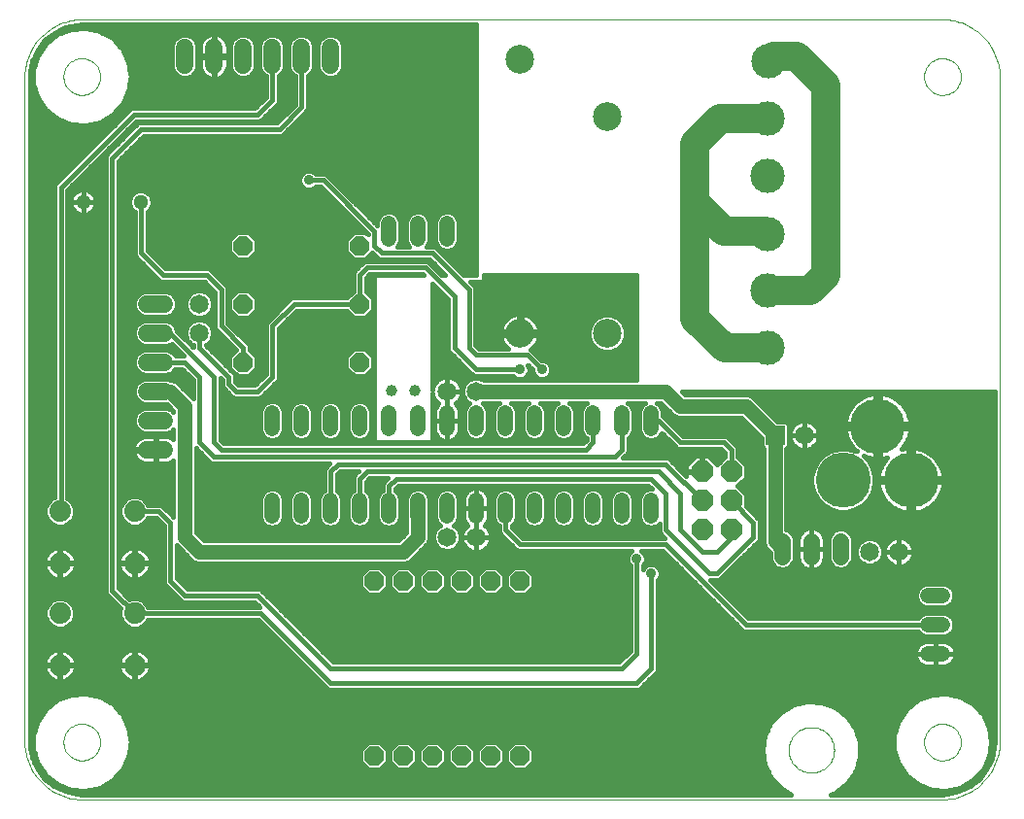
<source format=gbl>
G75*
%MOIN*%
%OFA0B0*%
%FSLAX24Y24*%
%IPPOS*%
%LPD*%
%AMOC8*
5,1,8,0,0,1.08239X$1,22.5*
%
%ADD10C,0.0000*%
%ADD11OC8,0.0669*%
%ADD12C,0.0520*%
%ADD13C,0.0650*%
%ADD14OC8,0.0660*%
%ADD15C,0.0740*%
%ADD16C,0.0397*%
%ADD17C,0.0512*%
%ADD18C,0.0550*%
%ADD19R,0.0650X0.0650*%
%ADD20C,0.1890*%
%ADD21C,0.0984*%
%ADD22C,0.1181*%
%ADD23C,0.0600*%
%ADD24OC8,0.0740*%
%ADD25C,0.0160*%
%ADD26C,0.0356*%
%ADD27C,0.0500*%
%ADD28C,0.1000*%
D10*
X001180Y002680D02*
X001180Y025452D01*
X002519Y025483D02*
X002521Y025533D01*
X002527Y025583D01*
X002537Y025632D01*
X002551Y025680D01*
X002568Y025727D01*
X002589Y025772D01*
X002614Y025816D01*
X002642Y025857D01*
X002674Y025896D01*
X002708Y025933D01*
X002745Y025967D01*
X002785Y025997D01*
X002827Y026024D01*
X002871Y026048D01*
X002917Y026069D01*
X002964Y026085D01*
X003012Y026098D01*
X003062Y026107D01*
X003111Y026112D01*
X003162Y026113D01*
X003212Y026110D01*
X003261Y026103D01*
X003310Y026092D01*
X003358Y026077D01*
X003404Y026059D01*
X003449Y026037D01*
X003492Y026011D01*
X003533Y025982D01*
X003572Y025950D01*
X003608Y025915D01*
X003640Y025877D01*
X003670Y025837D01*
X003697Y025794D01*
X003720Y025750D01*
X003739Y025704D01*
X003755Y025656D01*
X003767Y025607D01*
X003775Y025558D01*
X003779Y025508D01*
X003779Y025458D01*
X003775Y025408D01*
X003767Y025359D01*
X003755Y025310D01*
X003739Y025262D01*
X003720Y025216D01*
X003697Y025172D01*
X003670Y025129D01*
X003640Y025089D01*
X003608Y025051D01*
X003572Y025016D01*
X003533Y024984D01*
X003492Y024955D01*
X003449Y024929D01*
X003404Y024907D01*
X003358Y024889D01*
X003310Y024874D01*
X003261Y024863D01*
X003212Y024856D01*
X003162Y024853D01*
X003111Y024854D01*
X003062Y024859D01*
X003012Y024868D01*
X002964Y024881D01*
X002917Y024897D01*
X002871Y024918D01*
X002827Y024942D01*
X002785Y024969D01*
X002745Y024999D01*
X002708Y025033D01*
X002674Y025070D01*
X002642Y025109D01*
X002614Y025150D01*
X002589Y025194D01*
X002568Y025239D01*
X002551Y025286D01*
X002537Y025334D01*
X002527Y025383D01*
X002521Y025433D01*
X002519Y025483D01*
X001180Y025452D02*
X001182Y025539D01*
X001188Y025626D01*
X001197Y025713D01*
X001210Y025799D01*
X001227Y025885D01*
X001248Y025970D01*
X001273Y026053D01*
X001301Y026136D01*
X001332Y026217D01*
X001367Y026297D01*
X001406Y026375D01*
X001448Y026452D01*
X001493Y026527D01*
X001542Y026599D01*
X001593Y026670D01*
X001648Y026738D01*
X001705Y026803D01*
X001766Y026866D01*
X001829Y026927D01*
X001894Y026984D01*
X001962Y027039D01*
X002033Y027090D01*
X002105Y027139D01*
X002180Y027184D01*
X002257Y027226D01*
X002335Y027265D01*
X002415Y027300D01*
X002496Y027331D01*
X002579Y027359D01*
X002662Y027384D01*
X002747Y027405D01*
X002833Y027422D01*
X002919Y027435D01*
X003006Y027444D01*
X003093Y027450D01*
X003180Y027452D01*
X032645Y027452D01*
X032046Y025483D02*
X032048Y025533D01*
X032054Y025583D01*
X032064Y025632D01*
X032078Y025680D01*
X032095Y025727D01*
X032116Y025772D01*
X032141Y025816D01*
X032169Y025857D01*
X032201Y025896D01*
X032235Y025933D01*
X032272Y025967D01*
X032312Y025997D01*
X032354Y026024D01*
X032398Y026048D01*
X032444Y026069D01*
X032491Y026085D01*
X032539Y026098D01*
X032589Y026107D01*
X032638Y026112D01*
X032689Y026113D01*
X032739Y026110D01*
X032788Y026103D01*
X032837Y026092D01*
X032885Y026077D01*
X032931Y026059D01*
X032976Y026037D01*
X033019Y026011D01*
X033060Y025982D01*
X033099Y025950D01*
X033135Y025915D01*
X033167Y025877D01*
X033197Y025837D01*
X033224Y025794D01*
X033247Y025750D01*
X033266Y025704D01*
X033282Y025656D01*
X033294Y025607D01*
X033302Y025558D01*
X033306Y025508D01*
X033306Y025458D01*
X033302Y025408D01*
X033294Y025359D01*
X033282Y025310D01*
X033266Y025262D01*
X033247Y025216D01*
X033224Y025172D01*
X033197Y025129D01*
X033167Y025089D01*
X033135Y025051D01*
X033099Y025016D01*
X033060Y024984D01*
X033019Y024955D01*
X032976Y024929D01*
X032931Y024907D01*
X032885Y024889D01*
X032837Y024874D01*
X032788Y024863D01*
X032739Y024856D01*
X032689Y024853D01*
X032638Y024854D01*
X032589Y024859D01*
X032539Y024868D01*
X032491Y024881D01*
X032444Y024897D01*
X032398Y024918D01*
X032354Y024942D01*
X032312Y024969D01*
X032272Y024999D01*
X032235Y025033D01*
X032201Y025070D01*
X032169Y025109D01*
X032141Y025150D01*
X032116Y025194D01*
X032095Y025239D01*
X032078Y025286D01*
X032064Y025334D01*
X032054Y025383D01*
X032048Y025433D01*
X032046Y025483D01*
X032645Y027452D02*
X032732Y027450D01*
X032819Y027444D01*
X032906Y027435D01*
X032992Y027422D01*
X033078Y027405D01*
X033163Y027384D01*
X033246Y027359D01*
X033329Y027331D01*
X033410Y027300D01*
X033490Y027265D01*
X033568Y027226D01*
X033645Y027184D01*
X033720Y027139D01*
X033792Y027090D01*
X033863Y027039D01*
X033931Y026984D01*
X033996Y026927D01*
X034059Y026866D01*
X034120Y026803D01*
X034177Y026738D01*
X034232Y026670D01*
X034283Y026599D01*
X034332Y026527D01*
X034377Y026452D01*
X034419Y026375D01*
X034458Y026297D01*
X034493Y026217D01*
X034524Y026136D01*
X034552Y026053D01*
X034577Y025970D01*
X034598Y025885D01*
X034615Y025799D01*
X034628Y025713D01*
X034637Y025626D01*
X034643Y025539D01*
X034645Y025452D01*
X034645Y002680D01*
X032046Y002649D02*
X032048Y002699D01*
X032054Y002749D01*
X032064Y002798D01*
X032078Y002846D01*
X032095Y002893D01*
X032116Y002938D01*
X032141Y002982D01*
X032169Y003023D01*
X032201Y003062D01*
X032235Y003099D01*
X032272Y003133D01*
X032312Y003163D01*
X032354Y003190D01*
X032398Y003214D01*
X032444Y003235D01*
X032491Y003251D01*
X032539Y003264D01*
X032589Y003273D01*
X032638Y003278D01*
X032689Y003279D01*
X032739Y003276D01*
X032788Y003269D01*
X032837Y003258D01*
X032885Y003243D01*
X032931Y003225D01*
X032976Y003203D01*
X033019Y003177D01*
X033060Y003148D01*
X033099Y003116D01*
X033135Y003081D01*
X033167Y003043D01*
X033197Y003003D01*
X033224Y002960D01*
X033247Y002916D01*
X033266Y002870D01*
X033282Y002822D01*
X033294Y002773D01*
X033302Y002724D01*
X033306Y002674D01*
X033306Y002624D01*
X033302Y002574D01*
X033294Y002525D01*
X033282Y002476D01*
X033266Y002428D01*
X033247Y002382D01*
X033224Y002338D01*
X033197Y002295D01*
X033167Y002255D01*
X033135Y002217D01*
X033099Y002182D01*
X033060Y002150D01*
X033019Y002121D01*
X032976Y002095D01*
X032931Y002073D01*
X032885Y002055D01*
X032837Y002040D01*
X032788Y002029D01*
X032739Y002022D01*
X032689Y002019D01*
X032638Y002020D01*
X032589Y002025D01*
X032539Y002034D01*
X032491Y002047D01*
X032444Y002063D01*
X032398Y002084D01*
X032354Y002108D01*
X032312Y002135D01*
X032272Y002165D01*
X032235Y002199D01*
X032201Y002236D01*
X032169Y002275D01*
X032141Y002316D01*
X032116Y002360D01*
X032095Y002405D01*
X032078Y002452D01*
X032064Y002500D01*
X032054Y002549D01*
X032048Y002599D01*
X032046Y002649D01*
X032645Y000680D02*
X032732Y000682D01*
X032819Y000688D01*
X032906Y000697D01*
X032992Y000710D01*
X033078Y000727D01*
X033163Y000748D01*
X033246Y000773D01*
X033329Y000801D01*
X033410Y000832D01*
X033490Y000867D01*
X033568Y000906D01*
X033645Y000948D01*
X033720Y000993D01*
X033792Y001042D01*
X033863Y001093D01*
X033931Y001148D01*
X033996Y001205D01*
X034059Y001266D01*
X034120Y001329D01*
X034177Y001394D01*
X034232Y001462D01*
X034283Y001533D01*
X034332Y001605D01*
X034377Y001680D01*
X034419Y001757D01*
X034458Y001835D01*
X034493Y001915D01*
X034524Y001996D01*
X034552Y002079D01*
X034577Y002162D01*
X034598Y002247D01*
X034615Y002333D01*
X034628Y002419D01*
X034637Y002506D01*
X034643Y002593D01*
X034645Y002680D01*
X032645Y000680D02*
X003180Y000680D01*
X002519Y002649D02*
X002521Y002699D01*
X002527Y002749D01*
X002537Y002798D01*
X002551Y002846D01*
X002568Y002893D01*
X002589Y002938D01*
X002614Y002982D01*
X002642Y003023D01*
X002674Y003062D01*
X002708Y003099D01*
X002745Y003133D01*
X002785Y003163D01*
X002827Y003190D01*
X002871Y003214D01*
X002917Y003235D01*
X002964Y003251D01*
X003012Y003264D01*
X003062Y003273D01*
X003111Y003278D01*
X003162Y003279D01*
X003212Y003276D01*
X003261Y003269D01*
X003310Y003258D01*
X003358Y003243D01*
X003404Y003225D01*
X003449Y003203D01*
X003492Y003177D01*
X003533Y003148D01*
X003572Y003116D01*
X003608Y003081D01*
X003640Y003043D01*
X003670Y003003D01*
X003697Y002960D01*
X003720Y002916D01*
X003739Y002870D01*
X003755Y002822D01*
X003767Y002773D01*
X003775Y002724D01*
X003779Y002674D01*
X003779Y002624D01*
X003775Y002574D01*
X003767Y002525D01*
X003755Y002476D01*
X003739Y002428D01*
X003720Y002382D01*
X003697Y002338D01*
X003670Y002295D01*
X003640Y002255D01*
X003608Y002217D01*
X003572Y002182D01*
X003533Y002150D01*
X003492Y002121D01*
X003449Y002095D01*
X003404Y002073D01*
X003358Y002055D01*
X003310Y002040D01*
X003261Y002029D01*
X003212Y002022D01*
X003162Y002019D01*
X003111Y002020D01*
X003062Y002025D01*
X003012Y002034D01*
X002964Y002047D01*
X002917Y002063D01*
X002871Y002084D01*
X002827Y002108D01*
X002785Y002135D01*
X002745Y002165D01*
X002708Y002199D01*
X002674Y002236D01*
X002642Y002275D01*
X002614Y002316D01*
X002589Y002360D01*
X002568Y002405D01*
X002551Y002452D01*
X002537Y002500D01*
X002527Y002549D01*
X002521Y002599D01*
X002519Y002649D01*
X001180Y002680D02*
X001182Y002593D01*
X001188Y002506D01*
X001197Y002419D01*
X001210Y002333D01*
X001227Y002247D01*
X001248Y002162D01*
X001273Y002079D01*
X001301Y001996D01*
X001332Y001915D01*
X001367Y001835D01*
X001406Y001757D01*
X001448Y001680D01*
X001493Y001605D01*
X001542Y001533D01*
X001593Y001462D01*
X001648Y001394D01*
X001705Y001329D01*
X001766Y001266D01*
X001829Y001205D01*
X001894Y001148D01*
X001962Y001093D01*
X002033Y001042D01*
X002105Y000993D01*
X002180Y000948D01*
X002257Y000906D01*
X002335Y000867D01*
X002415Y000832D01*
X002496Y000801D01*
X002579Y000773D01*
X002662Y000748D01*
X002747Y000727D01*
X002833Y000710D01*
X002919Y000697D01*
X003006Y000688D01*
X003093Y000682D01*
X003180Y000680D01*
X027400Y002380D02*
X027402Y002436D01*
X027408Y002491D01*
X027418Y002546D01*
X027432Y002600D01*
X027449Y002653D01*
X027470Y002704D01*
X027495Y002754D01*
X027524Y002802D01*
X027556Y002847D01*
X027591Y002891D01*
X027628Y002932D01*
X027669Y002969D01*
X027713Y003004D01*
X027758Y003036D01*
X027806Y003065D01*
X027856Y003090D01*
X027907Y003111D01*
X027960Y003128D01*
X028014Y003142D01*
X028069Y003152D01*
X028124Y003158D01*
X028180Y003160D01*
X028236Y003158D01*
X028291Y003152D01*
X028346Y003142D01*
X028400Y003128D01*
X028453Y003111D01*
X028504Y003090D01*
X028554Y003065D01*
X028602Y003036D01*
X028647Y003004D01*
X028691Y002969D01*
X028732Y002932D01*
X028769Y002891D01*
X028804Y002847D01*
X028836Y002802D01*
X028865Y002754D01*
X028890Y002704D01*
X028911Y002653D01*
X028928Y002600D01*
X028942Y002546D01*
X028952Y002491D01*
X028958Y002436D01*
X028960Y002380D01*
X028958Y002324D01*
X028952Y002269D01*
X028942Y002214D01*
X028928Y002160D01*
X028911Y002107D01*
X028890Y002056D01*
X028865Y002006D01*
X028836Y001958D01*
X028804Y001913D01*
X028769Y001869D01*
X028732Y001828D01*
X028691Y001791D01*
X028647Y001756D01*
X028602Y001724D01*
X028554Y001695D01*
X028504Y001670D01*
X028453Y001649D01*
X028400Y001632D01*
X028346Y001618D01*
X028291Y001608D01*
X028236Y001602D01*
X028180Y001600D01*
X028124Y001602D01*
X028069Y001608D01*
X028014Y001618D01*
X027960Y001632D01*
X027907Y001649D01*
X027856Y001670D01*
X027806Y001695D01*
X027758Y001724D01*
X027713Y001756D01*
X027669Y001791D01*
X027628Y001828D01*
X027591Y001869D01*
X027556Y001913D01*
X027524Y001958D01*
X027495Y002006D01*
X027470Y002056D01*
X027449Y002107D01*
X027432Y002160D01*
X027418Y002214D01*
X027408Y002269D01*
X027402Y002324D01*
X027400Y002380D01*
D11*
X018180Y002180D03*
X017180Y002180D03*
X016180Y002180D03*
X015180Y002180D03*
X014180Y002180D03*
X013180Y002180D03*
X013180Y008180D03*
X014180Y008180D03*
X015180Y008180D03*
X016180Y008180D03*
X017180Y008180D03*
X018180Y008180D03*
D12*
X017680Y010420D02*
X017680Y010940D01*
X016680Y010940D02*
X016680Y010420D01*
X015680Y010420D02*
X015680Y010940D01*
X014680Y010940D02*
X014680Y010420D01*
X013680Y010420D02*
X013680Y010940D01*
X012680Y010940D02*
X012680Y010420D01*
X011680Y010420D02*
X011680Y010940D01*
X010680Y010940D02*
X010680Y010420D01*
X009680Y010420D02*
X009680Y010940D01*
X009680Y013420D02*
X009680Y013940D01*
X010680Y013940D02*
X010680Y013420D01*
X011680Y013420D02*
X011680Y013940D01*
X012680Y013940D02*
X012680Y013420D01*
X013680Y013420D02*
X013680Y013940D01*
X014680Y013940D02*
X014680Y013420D01*
X015680Y013420D02*
X015680Y013940D01*
X016680Y013940D02*
X016680Y013420D01*
X017680Y013420D02*
X017680Y013940D01*
X018680Y013940D02*
X018680Y013420D01*
X019680Y013420D02*
X019680Y013940D01*
X020680Y013940D02*
X020680Y013420D01*
X021680Y013420D02*
X021680Y013940D01*
X022680Y013940D02*
X022680Y013420D01*
X022680Y010940D02*
X022680Y010420D01*
X021680Y010420D02*
X021680Y010940D01*
X020680Y010940D02*
X020680Y010420D01*
X019680Y010420D02*
X019680Y010940D01*
X018680Y010940D02*
X018680Y010420D01*
X015680Y019920D02*
X015680Y020440D01*
X014680Y020440D02*
X014680Y019920D01*
X013680Y019920D02*
X013680Y020440D01*
X032170Y007680D02*
X032690Y007680D01*
X032690Y006680D02*
X032170Y006680D01*
X032170Y005680D02*
X032690Y005680D01*
D13*
X031180Y009180D03*
X030180Y009180D03*
X027930Y013180D03*
X016680Y014680D03*
X015680Y014680D03*
X015680Y009680D03*
X016680Y009680D03*
X007180Y016680D03*
X007180Y017680D03*
D14*
X008680Y017680D03*
X008680Y019680D03*
X012680Y019680D03*
X012680Y017680D03*
X012680Y015680D03*
X008680Y015680D03*
D15*
X004960Y010570D03*
X004960Y008790D03*
X004960Y007070D03*
X004960Y005290D03*
X002400Y005290D03*
X002400Y007070D03*
X002400Y008790D03*
X002400Y010570D03*
D16*
X013786Y014708D03*
X014574Y014708D03*
D17*
X005164Y021180D03*
X003196Y021180D03*
D18*
X027180Y009555D02*
X027180Y009005D01*
X028180Y009005D02*
X028180Y009555D01*
X029180Y009555D02*
X029180Y009005D01*
D19*
X026930Y013180D03*
D20*
X029273Y011641D03*
X031595Y011641D03*
X030454Y013491D03*
D21*
X021180Y016680D03*
X018180Y016680D03*
X021180Y024121D03*
X018180Y026089D03*
D22*
X026719Y026007D03*
X026680Y024038D03*
X026680Y022070D03*
X026680Y020062D03*
X026680Y018133D03*
X026680Y016164D03*
D23*
X011680Y025880D02*
X011680Y026480D01*
X010680Y026480D02*
X010680Y025880D01*
X009680Y025880D02*
X009680Y026480D01*
X008680Y026480D02*
X008680Y025880D01*
X007680Y025880D02*
X007680Y026480D01*
X006680Y026480D02*
X006680Y025880D01*
X005980Y017680D02*
X005380Y017680D01*
X005380Y016680D02*
X005980Y016680D01*
X005980Y015680D02*
X005380Y015680D01*
X005380Y014680D02*
X005980Y014680D01*
X005980Y013680D02*
X005380Y013680D01*
X005380Y012680D02*
X005980Y012680D01*
D24*
X024430Y011930D03*
X025430Y011930D03*
X025430Y010930D03*
X024430Y010930D03*
X024430Y009930D03*
X025430Y009930D03*
D25*
X001959Y001473D02*
X001830Y001473D01*
X001917Y001506D02*
X001917Y001506D01*
X002309Y001194D01*
X002775Y001011D01*
X003274Y000973D01*
X003762Y001085D01*
X004196Y001335D01*
X004537Y001702D01*
X004754Y002153D01*
X004754Y002153D01*
X004829Y002649D01*
X004754Y003144D01*
X004537Y003595D01*
X004196Y003962D01*
X004196Y003962D01*
X003762Y004212D01*
X003274Y004324D01*
X002775Y004286D01*
X002775Y004286D01*
X002309Y004103D01*
X001917Y003791D01*
X001635Y003377D01*
X001487Y002899D01*
X001487Y002398D01*
X001635Y001920D01*
X001635Y001920D01*
X001917Y001506D01*
X001893Y001393D02*
X001639Y001712D01*
X001462Y002079D01*
X001371Y002476D01*
X001360Y002680D01*
X001360Y025452D01*
X001371Y025655D01*
X001462Y026053D01*
X001639Y026420D01*
X001893Y026739D01*
X002212Y026993D01*
X002579Y027170D01*
X002976Y027260D01*
X003180Y027272D01*
X016680Y027272D01*
X016680Y018680D01*
X016241Y018680D01*
X015400Y019521D01*
X015271Y019650D01*
X014976Y019650D01*
X015019Y019693D01*
X015080Y019840D01*
X015080Y020520D01*
X015019Y020667D01*
X014907Y020779D01*
X014760Y020840D01*
X014600Y020840D01*
X014453Y020779D01*
X014341Y020667D01*
X014280Y020520D01*
X014280Y019840D01*
X014341Y019693D01*
X014384Y019650D01*
X013976Y019650D01*
X014019Y019693D01*
X014080Y019840D01*
X014080Y020520D01*
X014019Y020667D01*
X013907Y020779D01*
X013760Y020840D01*
X013600Y020840D01*
X013453Y020779D01*
X013341Y020667D01*
X013280Y020520D01*
X013280Y020391D01*
X013271Y020400D01*
X011521Y022150D01*
X011160Y022150D01*
X011110Y022200D01*
X010993Y022248D01*
X010867Y022248D01*
X010750Y022200D01*
X010660Y022110D01*
X010612Y021993D01*
X010612Y021867D01*
X010660Y021750D01*
X010750Y021660D01*
X010867Y021612D01*
X010993Y021612D01*
X011110Y021660D01*
X011160Y021710D01*
X011339Y021710D01*
X012960Y020089D01*
X012960Y020065D01*
X012875Y020150D01*
X012485Y020150D01*
X012210Y019875D01*
X012210Y019485D01*
X012485Y019210D01*
X012875Y019210D01*
X013107Y019442D01*
X013339Y019210D01*
X015089Y019210D01*
X015619Y018680D01*
X015491Y018680D01*
X015150Y019021D01*
X015021Y019150D01*
X012839Y019150D01*
X012589Y018900D01*
X012460Y018771D01*
X012460Y018125D01*
X012235Y017900D01*
X010339Y017900D01*
X010210Y017771D01*
X009460Y017021D01*
X009460Y015271D01*
X009089Y014900D01*
X008521Y014900D01*
X008400Y015021D01*
X008400Y015271D01*
X008271Y015400D01*
X007402Y016269D01*
X007443Y016286D01*
X007574Y016417D01*
X007645Y016588D01*
X007645Y016772D01*
X007574Y016943D01*
X007443Y017074D01*
X007272Y017145D01*
X007088Y017145D01*
X006917Y017074D01*
X006786Y016943D01*
X006715Y016772D01*
X006715Y016588D01*
X006786Y016417D01*
X006917Y016286D01*
X006960Y016268D01*
X006960Y016211D01*
X006420Y016751D01*
X006420Y016768D01*
X006353Y016929D01*
X006229Y017053D01*
X006068Y017120D01*
X005292Y017120D01*
X005131Y017053D01*
X005007Y016929D01*
X004940Y016768D01*
X004940Y016592D01*
X005007Y016431D01*
X005131Y016307D01*
X005292Y016240D01*
X006068Y016240D01*
X006229Y016307D01*
X006236Y016313D01*
X006649Y015900D01*
X006365Y015900D01*
X006353Y015929D01*
X006229Y016053D01*
X006068Y016120D01*
X005292Y016120D01*
X005131Y016053D01*
X005007Y015929D01*
X004940Y015768D01*
X004940Y015592D01*
X005007Y015431D01*
X005131Y015307D01*
X005292Y015240D01*
X006068Y015240D01*
X006229Y015307D01*
X006353Y015431D01*
X006365Y015460D01*
X006589Y015460D01*
X006960Y015089D01*
X006960Y014452D01*
X006901Y014511D01*
X006401Y015011D01*
X006258Y015070D01*
X006188Y015070D01*
X006068Y015120D01*
X005292Y015120D01*
X005131Y015053D01*
X005007Y014929D01*
X004940Y014768D01*
X004940Y014592D01*
X005007Y014431D01*
X005131Y014307D01*
X005292Y014240D01*
X006068Y014240D01*
X006290Y014018D01*
X006290Y013992D01*
X006229Y014053D01*
X006068Y014120D01*
X005292Y014120D01*
X005131Y014053D01*
X005007Y013929D01*
X004940Y013768D01*
X004940Y013592D01*
X005007Y013431D01*
X005131Y013307D01*
X005292Y013240D01*
X006068Y013240D01*
X006229Y013307D01*
X006290Y013368D01*
X006290Y013048D01*
X006232Y013091D01*
X006164Y013125D01*
X006092Y013148D01*
X006018Y013160D01*
X005700Y013160D01*
X005700Y012700D01*
X005660Y012700D01*
X005660Y013160D01*
X005342Y013160D01*
X005268Y013148D01*
X005196Y013125D01*
X005128Y013091D01*
X005067Y013046D01*
X005014Y012993D01*
X004969Y012932D01*
X004935Y012864D01*
X004912Y012792D01*
X004900Y012718D01*
X004900Y012700D01*
X005660Y012700D01*
X005660Y012660D01*
X005700Y012660D01*
X005700Y012200D01*
X006018Y012200D01*
X006092Y012212D01*
X006164Y012235D01*
X006232Y012269D01*
X006290Y012312D01*
X006290Y010381D01*
X006271Y010400D01*
X005881Y010790D01*
X005421Y010790D01*
X005392Y010859D01*
X005249Y011002D01*
X005061Y011080D01*
X004859Y011080D01*
X004671Y011002D01*
X004528Y010859D01*
X004450Y010671D01*
X004450Y010469D01*
X004528Y010281D01*
X004671Y010138D01*
X004859Y010060D01*
X005061Y010060D01*
X005249Y010138D01*
X005392Y010281D01*
X005421Y010350D01*
X005699Y010350D01*
X005960Y010089D01*
X005960Y008089D01*
X006460Y007589D01*
X006589Y007460D01*
X009089Y007460D01*
X009259Y007290D01*
X005421Y007290D01*
X005392Y007359D01*
X005249Y007502D01*
X005061Y007580D01*
X004859Y007580D01*
X004790Y007551D01*
X004400Y007941D01*
X004400Y022589D01*
X005271Y023460D01*
X010021Y023460D01*
X010150Y023589D01*
X010900Y024339D01*
X010900Y025495D01*
X010929Y025507D01*
X011053Y025631D01*
X011120Y025792D01*
X011120Y026568D01*
X011053Y026729D01*
X010929Y026853D01*
X010768Y026920D01*
X010592Y026920D01*
X010431Y026853D01*
X010307Y026729D01*
X010240Y026568D01*
X010240Y025792D01*
X010307Y025631D01*
X010431Y025507D01*
X010460Y025495D01*
X010460Y024521D01*
X009839Y023900D01*
X005089Y023900D01*
X004089Y022900D01*
X003960Y022771D01*
X003960Y007759D01*
X004479Y007240D01*
X004450Y007171D01*
X004450Y006969D01*
X004528Y006781D01*
X004671Y006638D01*
X004859Y006560D01*
X005061Y006560D01*
X005249Y006638D01*
X005392Y006781D01*
X005421Y006850D01*
X009199Y006850D01*
X011460Y004589D01*
X011589Y004460D01*
X022271Y004460D01*
X022771Y004960D01*
X022900Y005089D01*
X022900Y008200D01*
X022950Y008250D01*
X022998Y008367D01*
X022998Y008493D01*
X022950Y008610D01*
X022860Y008700D01*
X022743Y008748D01*
X022617Y008748D01*
X022500Y008700D01*
X022410Y008610D01*
X022400Y008585D01*
X022400Y008700D01*
X022450Y008750D01*
X022498Y008867D01*
X022498Y008993D01*
X022450Y009110D01*
X022360Y009200D01*
X022335Y009210D01*
X023089Y009210D01*
X025839Y006460D01*
X031828Y006460D01*
X031831Y006453D01*
X031943Y006341D01*
X032090Y006280D01*
X032770Y006280D01*
X032917Y006341D01*
X033029Y006453D01*
X033090Y006600D01*
X033090Y006760D01*
X033029Y006907D01*
X032917Y007019D01*
X032770Y007080D01*
X032090Y007080D01*
X031943Y007019D01*
X031831Y006907D01*
X031828Y006900D01*
X026021Y006900D01*
X024711Y008210D01*
X025021Y008210D01*
X025150Y008339D01*
X026400Y009589D01*
X026400Y010271D01*
X026271Y010400D01*
X025940Y010731D01*
X025940Y011141D01*
X026540Y011141D01*
X026540Y010983D02*
X025940Y010983D01*
X025940Y011141D02*
X025651Y011430D01*
X025940Y011719D01*
X025940Y012141D01*
X025650Y012431D01*
X025650Y012771D01*
X025521Y012900D01*
X025271Y013150D01*
X023771Y013150D01*
X023080Y013841D01*
X023080Y014020D01*
X023019Y014167D01*
X022907Y014279D01*
X022880Y014290D01*
X023018Y014290D01*
X023459Y013849D01*
X023602Y013790D01*
X025768Y013790D01*
X026465Y013093D01*
X026465Y012797D01*
X026540Y012722D01*
X026540Y009452D01*
X026599Y009309D01*
X026765Y009143D01*
X026765Y008922D01*
X025733Y008922D01*
X025575Y008764D02*
X026835Y008764D01*
X026828Y008770D02*
X026945Y008653D01*
X027097Y008590D01*
X027263Y008590D01*
X027415Y008653D01*
X027532Y008770D01*
X027595Y008922D01*
X027732Y008922D01*
X027736Y008898D02*
X027758Y008830D01*
X027791Y008767D01*
X027833Y008709D01*
X027884Y008658D01*
X027942Y008616D01*
X028005Y008583D01*
X028073Y008561D01*
X028144Y008550D01*
X028172Y008550D01*
X028172Y009272D01*
X027725Y009272D01*
X027725Y008969D01*
X027736Y008898D01*
X027595Y008922D02*
X027595Y009638D01*
X027532Y009790D01*
X027415Y009907D01*
X027320Y009946D01*
X027320Y012722D01*
X027395Y012797D01*
X027395Y013563D01*
X027313Y013645D01*
X027017Y013645D01*
X026151Y014511D01*
X026008Y014570D01*
X023842Y014570D01*
X023732Y014680D01*
X034465Y014680D01*
X034465Y002680D01*
X034453Y002476D01*
X034362Y002079D01*
X034186Y001712D01*
X033932Y001393D01*
X033613Y001139D01*
X033246Y000962D01*
X032848Y000871D01*
X032645Y000860D01*
X028854Y000860D01*
X029020Y000925D01*
X029412Y001237D01*
X029694Y001651D01*
X029841Y002130D01*
X029841Y002630D01*
X029694Y003109D01*
X029412Y003523D01*
X029020Y003835D01*
X028554Y004018D01*
X028054Y004055D01*
X027566Y003944D01*
X027133Y003693D01*
X026792Y003326D01*
X026575Y002875D01*
X026500Y002380D01*
X026575Y001885D01*
X026792Y001434D01*
X027133Y001067D01*
X027490Y000860D01*
X003180Y000860D01*
X002976Y000871D01*
X002579Y000962D01*
X002212Y001139D01*
X001893Y001393D01*
X001992Y001314D02*
X002158Y001314D01*
X002191Y001156D02*
X002406Y001156D01*
X002506Y000997D02*
X002956Y000997D01*
X003378Y000997D02*
X027253Y000997D01*
X027050Y001156D02*
X003885Y001156D01*
X004160Y001314D02*
X026903Y001314D01*
X026773Y001473D02*
X004324Y001473D01*
X004196Y001335D02*
X004196Y001335D01*
X004471Y001631D02*
X026697Y001631D01*
X026621Y001790D02*
X018461Y001790D01*
X018377Y001705D02*
X018655Y001983D01*
X018655Y002377D01*
X018377Y002655D01*
X017983Y002655D01*
X017705Y002377D01*
X017705Y001983D01*
X017983Y001705D01*
X018377Y001705D01*
X018619Y001948D02*
X026565Y001948D01*
X026541Y002107D02*
X018655Y002107D01*
X018655Y002265D02*
X026517Y002265D01*
X026507Y002424D02*
X018608Y002424D01*
X018449Y002582D02*
X026530Y002582D01*
X026554Y002741D02*
X004815Y002741D01*
X004818Y002582D02*
X012911Y002582D01*
X012983Y002655D02*
X012705Y002377D01*
X012705Y001983D01*
X012983Y001705D01*
X013377Y001705D01*
X013655Y001983D01*
X013655Y002377D01*
X013377Y002655D01*
X012983Y002655D01*
X012752Y002424D02*
X004795Y002424D01*
X004771Y002265D02*
X012705Y002265D01*
X012705Y002107D02*
X004731Y002107D01*
X004655Y001948D02*
X012741Y001948D01*
X012899Y001790D02*
X004579Y001790D01*
X004537Y001702D02*
X004537Y001702D01*
X004791Y002899D02*
X026586Y002899D01*
X026662Y003058D02*
X004767Y003058D01*
X004754Y003144D02*
X004754Y003144D01*
X004719Y003216D02*
X026739Y003216D01*
X026837Y003375D02*
X004643Y003375D01*
X004566Y003533D02*
X026984Y003533D01*
X027131Y003692D02*
X004447Y003692D01*
X004537Y003595D02*
X004537Y003595D01*
X004300Y003850D02*
X027404Y003850D01*
X027849Y004009D02*
X004115Y004009D01*
X003841Y004167D02*
X031998Y004167D01*
X031836Y004103D02*
X032302Y004286D01*
X032302Y004286D01*
X032802Y004324D01*
X032802Y004324D01*
X033290Y004212D01*
X033290Y004212D01*
X033724Y003962D01*
X033724Y003962D01*
X034064Y003595D01*
X034064Y003595D01*
X034281Y003144D01*
X034281Y003144D01*
X034356Y002649D01*
X034281Y002153D01*
X034064Y001702D01*
X034064Y001702D01*
X033724Y001335D01*
X033724Y001335D01*
X033724Y001335D01*
X033290Y001085D01*
X033290Y001085D01*
X032802Y000973D01*
X032802Y000973D01*
X032302Y001011D01*
X032302Y001011D01*
X031836Y001194D01*
X031836Y001194D01*
X031445Y001506D01*
X031445Y001506D01*
X031445Y001506D01*
X031162Y001920D01*
X031162Y001920D01*
X031015Y002398D01*
X031015Y002899D01*
X029758Y002899D01*
X029709Y003058D02*
X031064Y003058D01*
X031113Y003216D02*
X029621Y003216D01*
X029513Y003375D02*
X031162Y003375D01*
X031162Y003377D02*
X031015Y002899D01*
X031015Y002741D02*
X029807Y002741D01*
X029841Y002582D02*
X031015Y002582D01*
X031015Y002424D02*
X029841Y002424D01*
X029841Y002265D02*
X031056Y002265D01*
X031105Y002107D02*
X029834Y002107D01*
X029785Y001948D02*
X031154Y001948D01*
X031251Y001790D02*
X029736Y001790D01*
X029680Y001631D02*
X031359Y001631D01*
X031486Y001473D02*
X029572Y001473D01*
X029464Y001314D02*
X031685Y001314D01*
X031933Y001156D02*
X029309Y001156D01*
X029110Y000997D02*
X032484Y000997D01*
X032906Y000997D02*
X033318Y000997D01*
X033413Y001156D02*
X033634Y001156D01*
X033687Y001314D02*
X033832Y001314D01*
X033851Y001473D02*
X033995Y001473D01*
X033998Y001631D02*
X034121Y001631D01*
X034106Y001790D02*
X034223Y001790D01*
X034183Y001948D02*
X034299Y001948D01*
X034259Y002107D02*
X034369Y002107D01*
X034281Y002153D02*
X034281Y002153D01*
X034298Y002265D02*
X034405Y002265D01*
X034441Y002424D02*
X034322Y002424D01*
X034346Y002582D02*
X034459Y002582D01*
X034465Y002741D02*
X034342Y002741D01*
X034318Y002899D02*
X034465Y002899D01*
X034465Y003058D02*
X034294Y003058D01*
X034247Y003216D02*
X034465Y003216D01*
X034465Y003375D02*
X034170Y003375D01*
X034094Y003533D02*
X034465Y003533D01*
X034465Y003692D02*
X033974Y003692D01*
X033827Y003850D02*
X034465Y003850D01*
X034465Y004009D02*
X033643Y004009D01*
X033368Y004167D02*
X034465Y004167D01*
X034465Y004326D02*
X001360Y004326D01*
X001360Y004484D02*
X011565Y004484D01*
X011406Y004643D02*
X001360Y004643D01*
X001360Y004801D02*
X002148Y004801D01*
X002112Y004820D02*
X002189Y004780D01*
X002271Y004754D01*
X002357Y004740D01*
X002380Y004740D01*
X002380Y005270D01*
X002420Y005270D01*
X002420Y005310D01*
X002950Y005310D01*
X002950Y005333D01*
X002936Y005419D01*
X002910Y005501D01*
X002870Y005578D01*
X002820Y005648D01*
X002758Y005710D01*
X002688Y005760D01*
X002611Y005800D01*
X002529Y005826D01*
X002443Y005840D01*
X002420Y005840D01*
X002420Y005310D01*
X002380Y005310D01*
X002380Y005840D01*
X002357Y005840D01*
X002271Y005826D01*
X002189Y005800D01*
X002112Y005760D01*
X002042Y005710D01*
X001980Y005648D01*
X001930Y005578D01*
X001890Y005501D01*
X001864Y005419D01*
X001850Y005333D01*
X001850Y005310D01*
X002380Y005310D01*
X002380Y005270D01*
X001850Y005270D01*
X001850Y005247D01*
X001864Y005161D01*
X001890Y005079D01*
X001930Y005002D01*
X001980Y004932D01*
X002042Y004870D01*
X002112Y004820D01*
X001960Y004960D02*
X001360Y004960D01*
X001360Y005118D02*
X001878Y005118D01*
X001869Y005435D02*
X001360Y005435D01*
X001360Y005277D02*
X002380Y005277D01*
X002420Y005277D02*
X004940Y005277D01*
X004940Y005270D02*
X004410Y005270D01*
X004410Y005247D01*
X004424Y005161D01*
X004450Y005079D01*
X004490Y005002D01*
X004540Y004932D01*
X004602Y004870D01*
X004672Y004820D01*
X004749Y004780D01*
X004831Y004754D01*
X004917Y004740D01*
X004940Y004740D01*
X004940Y005270D01*
X004980Y005270D01*
X004980Y005310D01*
X005510Y005310D01*
X005510Y005333D01*
X005496Y005419D01*
X005470Y005501D01*
X005430Y005578D01*
X005380Y005648D01*
X005318Y005710D01*
X005248Y005760D01*
X005171Y005800D01*
X005089Y005826D01*
X005003Y005840D01*
X004980Y005840D01*
X004980Y005310D01*
X004940Y005310D01*
X004940Y005840D01*
X004917Y005840D01*
X004831Y005826D01*
X004749Y005800D01*
X004672Y005760D01*
X004602Y005710D01*
X004540Y005648D01*
X004490Y005578D01*
X004450Y005501D01*
X004424Y005419D01*
X004410Y005333D01*
X004410Y005310D01*
X004940Y005310D01*
X004940Y005270D01*
X004980Y005270D02*
X004980Y004740D01*
X005003Y004740D01*
X005089Y004754D01*
X005171Y004780D01*
X005248Y004820D01*
X005318Y004870D01*
X005380Y004932D01*
X005430Y005002D01*
X005470Y005079D01*
X005496Y005161D01*
X005510Y005247D01*
X005510Y005270D01*
X004980Y005270D01*
X004980Y005277D02*
X010772Y005277D01*
X010614Y005435D02*
X005491Y005435D01*
X005419Y005594D02*
X010455Y005594D01*
X010297Y005752D02*
X005260Y005752D01*
X004980Y005752D02*
X004940Y005752D01*
X004940Y005594D02*
X004980Y005594D01*
X004980Y005435D02*
X004940Y005435D01*
X004940Y005118D02*
X004980Y005118D01*
X004980Y004960D02*
X004940Y004960D01*
X004940Y004801D02*
X004980Y004801D01*
X005212Y004801D02*
X011248Y004801D01*
X011089Y004960D02*
X005400Y004960D01*
X005482Y005118D02*
X010931Y005118D01*
X011578Y005594D02*
X021782Y005594D01*
X021941Y005752D02*
X011419Y005752D01*
X011261Y005911D02*
X021960Y005911D01*
X021960Y005771D02*
X021589Y005400D01*
X011771Y005400D01*
X009271Y007900D01*
X006771Y007900D01*
X006400Y008271D01*
X006400Y009408D01*
X006849Y008959D01*
X006959Y008849D01*
X007102Y008790D01*
X014258Y008790D01*
X014401Y008849D01*
X014511Y008959D01*
X014901Y009349D01*
X015011Y009459D01*
X015070Y009602D01*
X015070Y010316D01*
X015080Y010340D01*
X015080Y011020D01*
X015019Y011167D01*
X014907Y011279D01*
X014760Y011340D01*
X014600Y011340D01*
X014453Y011279D01*
X014341Y011167D01*
X014280Y011020D01*
X014280Y010340D01*
X014290Y010316D01*
X014290Y009842D01*
X014018Y009570D01*
X007342Y009570D01*
X007070Y009842D01*
X007070Y012729D01*
X007089Y012710D01*
X007589Y012210D01*
X011649Y012210D01*
X011589Y012150D01*
X011460Y012021D01*
X011460Y011282D01*
X011453Y011279D01*
X011341Y011167D01*
X011280Y011020D01*
X011280Y010340D01*
X011341Y010193D01*
X011453Y010081D01*
X011600Y010020D01*
X011760Y010020D01*
X011907Y010081D01*
X012019Y010193D01*
X012080Y010340D01*
X012080Y011020D01*
X012019Y011167D01*
X011907Y011279D01*
X011900Y011282D01*
X011900Y011839D01*
X012021Y011960D01*
X012649Y011960D01*
X012589Y011900D01*
X012460Y011771D01*
X012460Y011282D01*
X012453Y011279D01*
X012341Y011167D01*
X012280Y011020D01*
X012280Y010340D01*
X012341Y010193D01*
X012453Y010081D01*
X012600Y010020D01*
X012760Y010020D01*
X012907Y010081D01*
X013019Y010193D01*
X013080Y010340D01*
X013080Y011020D01*
X013019Y011167D01*
X012907Y011279D01*
X012900Y011282D01*
X012900Y011589D01*
X013021Y011710D01*
X013649Y011710D01*
X013589Y011650D01*
X013460Y011521D01*
X013460Y011282D01*
X013453Y011279D01*
X013341Y011167D01*
X013280Y011020D01*
X013280Y010340D01*
X013341Y010193D01*
X013453Y010081D01*
X013600Y010020D01*
X013760Y010020D01*
X013907Y010081D01*
X014019Y010193D01*
X014080Y010340D01*
X014080Y011020D01*
X014019Y011167D01*
X013907Y011279D01*
X013900Y011282D01*
X013900Y011339D01*
X014021Y011460D01*
X022589Y011460D01*
X022709Y011340D01*
X022600Y011340D01*
X022453Y011279D01*
X022341Y011167D01*
X022280Y011020D01*
X022280Y010340D01*
X022341Y010193D01*
X022453Y010081D01*
X022600Y010020D01*
X022760Y010020D01*
X022907Y010081D01*
X022960Y010134D01*
X022960Y009839D01*
X023089Y009710D01*
X023149Y009650D01*
X018271Y009650D01*
X017900Y010021D01*
X017900Y010078D01*
X017907Y010081D01*
X018019Y010193D01*
X018080Y010340D01*
X018080Y011020D01*
X018019Y011167D01*
X017907Y011279D01*
X017760Y011340D01*
X017600Y011340D01*
X017453Y011279D01*
X017341Y011167D01*
X017280Y011020D01*
X017280Y010340D01*
X017341Y010193D01*
X017453Y010081D01*
X017460Y010078D01*
X017460Y009839D01*
X017589Y009710D01*
X018089Y009210D01*
X022025Y009210D01*
X022000Y009200D01*
X021910Y009110D01*
X021862Y008993D01*
X021862Y008867D01*
X021910Y008750D01*
X021960Y008700D01*
X021960Y005771D01*
X022180Y005680D02*
X022180Y008930D01*
X022498Y008922D02*
X023377Y008922D01*
X023535Y008764D02*
X022455Y008764D01*
X022408Y008605D02*
X022400Y008605D01*
X022680Y008430D02*
X022680Y005180D01*
X022180Y004680D01*
X011680Y004680D01*
X009290Y007070D01*
X004960Y007070D01*
X004180Y007850D01*
X004180Y022680D01*
X005180Y023680D01*
X009930Y023680D01*
X010680Y024430D01*
X010680Y026180D01*
X011120Y026199D02*
X011240Y026199D01*
X011240Y026357D02*
X011120Y026357D01*
X011120Y026516D02*
X011240Y026516D01*
X011240Y026568D02*
X011307Y026729D01*
X011431Y026853D01*
X011592Y026920D01*
X011768Y026920D01*
X011929Y026853D01*
X012053Y026729D01*
X012120Y026568D01*
X012120Y025792D01*
X012053Y025631D01*
X011929Y025507D01*
X011768Y025440D01*
X011592Y025440D01*
X011431Y025507D01*
X011307Y025631D01*
X011240Y025792D01*
X011240Y026568D01*
X011284Y026674D02*
X011076Y026674D01*
X010950Y026833D02*
X011410Y026833D01*
X011950Y026833D02*
X016680Y026833D01*
X016680Y026991D02*
X003859Y026991D01*
X003762Y027047D02*
X003762Y027047D01*
X003274Y027158D01*
X002775Y027121D01*
X002775Y027121D01*
X002309Y026938D01*
X002309Y026938D01*
X001917Y026626D01*
X001917Y026626D01*
X001635Y026212D01*
X001487Y025734D01*
X001487Y025233D01*
X001635Y024754D01*
X001917Y024340D01*
X002309Y024028D01*
X002775Y023845D01*
X003274Y023808D01*
X003762Y023919D01*
X003762Y023919D01*
X004196Y024170D01*
X004537Y024537D01*
X004754Y024988D01*
X004829Y025483D01*
X004754Y025978D01*
X004754Y025978D01*
X004537Y026430D01*
X004196Y026797D01*
X003762Y027047D01*
X004134Y026833D02*
X006410Y026833D01*
X006431Y026853D02*
X006307Y026729D01*
X006240Y026568D01*
X006240Y025792D01*
X006307Y025631D01*
X006431Y025507D01*
X006592Y025440D01*
X006768Y025440D01*
X006929Y025507D01*
X007053Y025631D01*
X007120Y025792D01*
X007120Y026568D01*
X007053Y026729D01*
X006929Y026853D01*
X006768Y026920D01*
X006592Y026920D01*
X006431Y026853D01*
X006284Y026674D02*
X004310Y026674D01*
X004196Y026797D02*
X004196Y026797D01*
X004457Y026516D02*
X006240Y026516D01*
X006240Y026357D02*
X004571Y026357D01*
X004537Y026430D02*
X004537Y026430D01*
X004648Y026199D02*
X006240Y026199D01*
X006240Y026040D02*
X004724Y026040D01*
X004768Y025882D02*
X006240Y025882D01*
X006269Y025723D02*
X004792Y025723D01*
X004816Y025565D02*
X006373Y025565D01*
X006987Y025565D02*
X007317Y025565D01*
X007314Y025567D02*
X007367Y025514D01*
X007428Y025469D01*
X007496Y025435D01*
X007568Y025412D01*
X007642Y025400D01*
X007660Y025400D01*
X007660Y026160D01*
X007700Y026160D01*
X007700Y026200D01*
X008160Y026200D01*
X008160Y026518D01*
X008148Y026592D01*
X008125Y026664D01*
X008091Y026732D01*
X008046Y026793D01*
X007993Y026846D01*
X007932Y026891D01*
X007864Y026925D01*
X007792Y026948D01*
X007718Y026960D01*
X007700Y026960D01*
X007700Y026200D01*
X007660Y026200D01*
X007660Y026960D01*
X007642Y026960D01*
X007568Y026948D01*
X007496Y026925D01*
X007428Y026891D01*
X007367Y026846D01*
X007314Y026793D01*
X007269Y026732D01*
X007235Y026664D01*
X007212Y026592D01*
X007200Y026518D01*
X007200Y026200D01*
X007660Y026200D01*
X007660Y026160D01*
X007200Y026160D01*
X007200Y025842D01*
X007212Y025768D01*
X007235Y025696D01*
X007269Y025628D01*
X007314Y025567D01*
X007226Y025723D02*
X007091Y025723D01*
X007120Y025882D02*
X007200Y025882D01*
X007200Y026040D02*
X007120Y026040D01*
X007120Y026199D02*
X007660Y026199D01*
X007700Y026199D02*
X008240Y026199D01*
X008160Y026160D02*
X007700Y026160D01*
X007700Y025400D01*
X007718Y025400D01*
X007792Y025412D01*
X007864Y025435D01*
X007932Y025469D01*
X007993Y025514D01*
X008046Y025567D01*
X008091Y025628D01*
X008125Y025696D01*
X008148Y025768D01*
X008160Y025842D01*
X008160Y026160D01*
X008160Y026040D02*
X008240Y026040D01*
X008240Y025882D02*
X008160Y025882D01*
X008240Y025792D02*
X008307Y025631D01*
X008431Y025507D01*
X008592Y025440D01*
X008768Y025440D01*
X008929Y025507D01*
X009053Y025631D01*
X009120Y025792D01*
X009120Y026568D01*
X009053Y026729D01*
X008929Y026853D01*
X008768Y026920D01*
X008592Y026920D01*
X008431Y026853D01*
X008307Y026729D01*
X008240Y026568D01*
X008240Y025792D01*
X008269Y025723D02*
X008134Y025723D01*
X008043Y025565D02*
X008373Y025565D01*
X008987Y025565D02*
X009373Y025565D01*
X009431Y025507D02*
X009460Y025495D01*
X009460Y024771D01*
X009089Y024400D01*
X004839Y024400D01*
X002339Y021900D01*
X002210Y021771D01*
X002210Y011043D01*
X002111Y011002D01*
X001968Y010859D01*
X001890Y010671D01*
X001890Y010469D01*
X001968Y010281D01*
X002111Y010138D01*
X002299Y010060D01*
X002501Y010060D01*
X002689Y010138D01*
X002832Y010281D01*
X002910Y010469D01*
X002910Y010671D01*
X002832Y010859D01*
X002689Y011002D01*
X002650Y011018D01*
X002650Y021589D01*
X005021Y023960D01*
X009271Y023960D01*
X009400Y024089D01*
X009900Y024589D01*
X009900Y025495D01*
X009929Y025507D01*
X010053Y025631D01*
X010120Y025792D01*
X010120Y026568D01*
X010053Y026729D01*
X009929Y026853D01*
X009768Y026920D01*
X009592Y026920D01*
X009431Y026853D01*
X009307Y026729D01*
X009240Y026568D01*
X009240Y025792D01*
X009307Y025631D01*
X009431Y025507D01*
X009460Y025406D02*
X007756Y025406D01*
X007700Y025406D02*
X007660Y025406D01*
X007604Y025406D02*
X004817Y025406D01*
X004829Y025483D02*
X004829Y025483D01*
X004793Y025248D02*
X009460Y025248D01*
X009460Y025089D02*
X004769Y025089D01*
X004726Y024931D02*
X009460Y024931D01*
X009460Y024772D02*
X004650Y024772D01*
X004574Y024614D02*
X009302Y024614D01*
X009144Y024455D02*
X004461Y024455D01*
X004537Y024537D02*
X004537Y024537D01*
X004735Y024297D02*
X004314Y024297D01*
X004196Y024170D02*
X004196Y024170D01*
X004196Y024170D01*
X004141Y024138D02*
X004577Y024138D01*
X004418Y023980D02*
X003867Y023980D01*
X004101Y023663D02*
X001360Y023663D01*
X001360Y023821D02*
X003098Y023821D01*
X003274Y023808D02*
X003274Y023808D01*
X003332Y023821D02*
X004260Y023821D01*
X004565Y023504D02*
X004693Y023504D01*
X004724Y023663D02*
X004851Y023663D01*
X004882Y023821D02*
X005010Y023821D01*
X004930Y024180D02*
X002430Y021680D01*
X002430Y010600D01*
X002400Y010570D01*
X002741Y010190D02*
X003960Y010190D01*
X003960Y010032D02*
X001360Y010032D01*
X001360Y010190D02*
X002059Y010190D01*
X001940Y010349D02*
X001360Y010349D01*
X001360Y010507D02*
X001890Y010507D01*
X001890Y010666D02*
X001360Y010666D01*
X001360Y010824D02*
X001953Y010824D01*
X002091Y010983D02*
X001360Y010983D01*
X001360Y011141D02*
X002210Y011141D01*
X002210Y011300D02*
X001360Y011300D01*
X001360Y011458D02*
X002210Y011458D01*
X002210Y011617D02*
X001360Y011617D01*
X001360Y011775D02*
X002210Y011775D01*
X002210Y011934D02*
X001360Y011934D01*
X001360Y012092D02*
X002210Y012092D01*
X002210Y012251D02*
X001360Y012251D01*
X001360Y012409D02*
X002210Y012409D01*
X002210Y012568D02*
X001360Y012568D01*
X001360Y012726D02*
X002210Y012726D01*
X002210Y012885D02*
X001360Y012885D01*
X001360Y013043D02*
X002210Y013043D01*
X002210Y013202D02*
X001360Y013202D01*
X001360Y013360D02*
X002210Y013360D01*
X002210Y013519D02*
X001360Y013519D01*
X001360Y013677D02*
X002210Y013677D01*
X002210Y013836D02*
X001360Y013836D01*
X001360Y013994D02*
X002210Y013994D01*
X002210Y014153D02*
X001360Y014153D01*
X001360Y014311D02*
X002210Y014311D01*
X002210Y014470D02*
X001360Y014470D01*
X001360Y014628D02*
X002210Y014628D01*
X002210Y014787D02*
X001360Y014787D01*
X001360Y014945D02*
X002210Y014945D01*
X002210Y015104D02*
X001360Y015104D01*
X001360Y015262D02*
X002210Y015262D01*
X002210Y015421D02*
X001360Y015421D01*
X001360Y015579D02*
X002210Y015579D01*
X002210Y015738D02*
X001360Y015738D01*
X001360Y015896D02*
X002210Y015896D01*
X002210Y016055D02*
X001360Y016055D01*
X001360Y016213D02*
X002210Y016213D01*
X002210Y016372D02*
X001360Y016372D01*
X001360Y016530D02*
X002210Y016530D01*
X002210Y016689D02*
X001360Y016689D01*
X001360Y016847D02*
X002210Y016847D01*
X002210Y017006D02*
X001360Y017006D01*
X001360Y017164D02*
X002210Y017164D01*
X002210Y017323D02*
X001360Y017323D01*
X001360Y017481D02*
X002210Y017481D01*
X002210Y017640D02*
X001360Y017640D01*
X001360Y017798D02*
X002210Y017798D01*
X002210Y017957D02*
X001360Y017957D01*
X001360Y018115D02*
X002210Y018115D01*
X002210Y018274D02*
X001360Y018274D01*
X001360Y018432D02*
X002210Y018432D01*
X002210Y018591D02*
X001360Y018591D01*
X001360Y018749D02*
X002210Y018749D01*
X002210Y018908D02*
X001360Y018908D01*
X001360Y019066D02*
X002210Y019066D01*
X002210Y019225D02*
X001360Y019225D01*
X001360Y019383D02*
X002210Y019383D01*
X002210Y019542D02*
X001360Y019542D01*
X001360Y019700D02*
X002210Y019700D01*
X002210Y019859D02*
X001360Y019859D01*
X001360Y020017D02*
X002210Y020017D01*
X002210Y020176D02*
X001360Y020176D01*
X001360Y020334D02*
X002210Y020334D01*
X002210Y020493D02*
X001360Y020493D01*
X001360Y020651D02*
X002210Y020651D01*
X002210Y020810D02*
X001360Y020810D01*
X001360Y020968D02*
X002210Y020968D01*
X002210Y021127D02*
X001360Y021127D01*
X001360Y021285D02*
X002210Y021285D01*
X002210Y021444D02*
X001360Y021444D01*
X001360Y021602D02*
X002210Y021602D01*
X002210Y021761D02*
X001360Y021761D01*
X001360Y021919D02*
X002358Y021919D01*
X002516Y022078D02*
X001360Y022078D01*
X001360Y022236D02*
X002675Y022236D01*
X002833Y022395D02*
X001360Y022395D01*
X001360Y022553D02*
X002992Y022553D01*
X003150Y022712D02*
X001360Y022712D01*
X001360Y022870D02*
X003309Y022870D01*
X003467Y023029D02*
X001360Y023029D01*
X001360Y023187D02*
X003626Y023187D01*
X003784Y023346D02*
X001360Y023346D01*
X001360Y023504D02*
X003943Y023504D01*
X004248Y023187D02*
X004376Y023187D01*
X004407Y023346D02*
X004534Y023346D01*
X004840Y023029D02*
X016680Y023029D01*
X016680Y023187D02*
X004998Y023187D01*
X005157Y023346D02*
X016680Y023346D01*
X016680Y023504D02*
X010065Y023504D01*
X010224Y023663D02*
X016680Y023663D01*
X016680Y023821D02*
X010382Y023821D01*
X010541Y023980D02*
X016680Y023980D01*
X016680Y024138D02*
X010699Y024138D01*
X010858Y024297D02*
X016680Y024297D01*
X016680Y024455D02*
X010900Y024455D01*
X010900Y024614D02*
X016680Y024614D01*
X016680Y024772D02*
X010900Y024772D01*
X010900Y024931D02*
X016680Y024931D01*
X016680Y025089D02*
X010900Y025089D01*
X010900Y025248D02*
X016680Y025248D01*
X016680Y025406D02*
X010900Y025406D01*
X010987Y025565D02*
X011373Y025565D01*
X011269Y025723D02*
X011091Y025723D01*
X011120Y025882D02*
X011240Y025882D01*
X011240Y026040D02*
X011120Y026040D01*
X010240Y026040D02*
X010120Y026040D01*
X010120Y025882D02*
X010240Y025882D01*
X010269Y025723D02*
X010091Y025723D01*
X009987Y025565D02*
X010373Y025565D01*
X010460Y025406D02*
X009900Y025406D01*
X009900Y025248D02*
X010460Y025248D01*
X010460Y025089D02*
X009900Y025089D01*
X009900Y024931D02*
X010460Y024931D01*
X010460Y024772D02*
X009900Y024772D01*
X009900Y024614D02*
X010460Y024614D01*
X010394Y024455D02*
X009766Y024455D01*
X009608Y024297D02*
X010235Y024297D01*
X010077Y024138D02*
X009449Y024138D01*
X009291Y023980D02*
X009918Y023980D01*
X009680Y024680D02*
X009180Y024180D01*
X004930Y024180D01*
X004217Y023029D02*
X004090Y023029D01*
X004059Y022870D02*
X003931Y022870D01*
X003960Y022712D02*
X003773Y022712D01*
X003614Y022553D02*
X003960Y022553D01*
X003960Y022395D02*
X003456Y022395D01*
X003297Y022236D02*
X003960Y022236D01*
X003960Y022078D02*
X003139Y022078D01*
X002980Y021919D02*
X003960Y021919D01*
X003960Y021761D02*
X002822Y021761D01*
X002663Y021602D02*
X003084Y021602D01*
X003094Y021605D02*
X003028Y021584D01*
X002967Y021553D01*
X002912Y021512D01*
X002863Y021464D01*
X002823Y021408D01*
X002792Y021347D01*
X002771Y021282D01*
X002760Y021214D01*
X002760Y021180D01*
X002760Y021146D01*
X002771Y021078D01*
X002792Y021013D01*
X002823Y020952D01*
X002863Y020896D01*
X002912Y020848D01*
X002967Y020807D01*
X003028Y020776D01*
X003094Y020755D01*
X003161Y020744D01*
X003196Y020744D01*
X003230Y020744D01*
X003298Y020755D01*
X003363Y020776D01*
X003424Y020807D01*
X003480Y020848D01*
X003528Y020896D01*
X003569Y020952D01*
X003600Y021013D01*
X003621Y021078D01*
X003632Y021146D01*
X003632Y021180D01*
X003632Y021214D01*
X003621Y021282D01*
X003600Y021347D01*
X003569Y021408D01*
X003528Y021464D01*
X003480Y021512D01*
X003424Y021553D01*
X003363Y021584D01*
X003298Y021605D01*
X003230Y021616D01*
X003196Y021616D01*
X003196Y021180D01*
X003632Y021180D01*
X003196Y021180D01*
X003196Y021180D01*
X003196Y020744D01*
X003196Y021180D01*
X003196Y021180D01*
X003196Y021180D01*
X003196Y021616D01*
X003161Y021616D01*
X003094Y021605D01*
X003196Y021602D02*
X003196Y021602D01*
X003307Y021602D02*
X003960Y021602D01*
X003960Y021444D02*
X003543Y021444D01*
X003620Y021285D02*
X003960Y021285D01*
X003960Y021127D02*
X003629Y021127D01*
X003577Y020968D02*
X003960Y020968D01*
X003960Y020810D02*
X003427Y020810D01*
X003196Y020810D02*
X003196Y020810D01*
X003196Y020968D02*
X003196Y020968D01*
X003196Y021127D02*
X003196Y021127D01*
X003196Y021180D02*
X002760Y021180D01*
X003196Y021180D01*
X003196Y021180D01*
X003196Y021285D02*
X003196Y021285D01*
X003196Y021444D02*
X003196Y021444D01*
X002848Y021444D02*
X002650Y021444D01*
X002650Y021285D02*
X002772Y021285D01*
X002763Y021127D02*
X002650Y021127D01*
X002650Y020968D02*
X002815Y020968D01*
X002964Y020810D02*
X002650Y020810D01*
X002650Y020651D02*
X003960Y020651D01*
X003960Y020493D02*
X002650Y020493D01*
X002650Y020334D02*
X003960Y020334D01*
X003960Y020176D02*
X002650Y020176D01*
X002650Y020017D02*
X003960Y020017D01*
X003960Y019859D02*
X002650Y019859D01*
X002650Y019700D02*
X003960Y019700D01*
X003960Y019542D02*
X002650Y019542D01*
X002650Y019383D02*
X003960Y019383D01*
X003960Y019225D02*
X002650Y019225D01*
X002650Y019066D02*
X003960Y019066D01*
X003960Y018908D02*
X002650Y018908D01*
X002650Y018749D02*
X003960Y018749D01*
X003960Y018591D02*
X002650Y018591D01*
X002650Y018432D02*
X003960Y018432D01*
X003960Y018274D02*
X002650Y018274D01*
X002650Y018115D02*
X003960Y018115D01*
X003960Y017957D02*
X002650Y017957D01*
X002650Y017798D02*
X003960Y017798D01*
X003960Y017640D02*
X002650Y017640D01*
X002650Y017481D02*
X003960Y017481D01*
X003960Y017323D02*
X002650Y017323D01*
X002650Y017164D02*
X003960Y017164D01*
X003960Y017006D02*
X002650Y017006D01*
X002650Y016847D02*
X003960Y016847D01*
X003960Y016689D02*
X002650Y016689D01*
X002650Y016530D02*
X003960Y016530D01*
X003960Y016372D02*
X002650Y016372D01*
X002650Y016213D02*
X003960Y016213D01*
X003960Y016055D02*
X002650Y016055D01*
X002650Y015896D02*
X003960Y015896D01*
X003960Y015738D02*
X002650Y015738D01*
X002650Y015579D02*
X003960Y015579D01*
X003960Y015421D02*
X002650Y015421D01*
X002650Y015262D02*
X003960Y015262D01*
X003960Y015104D02*
X002650Y015104D01*
X002650Y014945D02*
X003960Y014945D01*
X003960Y014787D02*
X002650Y014787D01*
X002650Y014628D02*
X003960Y014628D01*
X003960Y014470D02*
X002650Y014470D01*
X002650Y014311D02*
X003960Y014311D01*
X003960Y014153D02*
X002650Y014153D01*
X002650Y013994D02*
X003960Y013994D01*
X003960Y013836D02*
X002650Y013836D01*
X002650Y013677D02*
X003960Y013677D01*
X003960Y013519D02*
X002650Y013519D01*
X002650Y013360D02*
X003960Y013360D01*
X003960Y013202D02*
X002650Y013202D01*
X002650Y013043D02*
X003960Y013043D01*
X003960Y012885D02*
X002650Y012885D01*
X002650Y012726D02*
X003960Y012726D01*
X003960Y012568D02*
X002650Y012568D01*
X002650Y012409D02*
X003960Y012409D01*
X003960Y012251D02*
X002650Y012251D01*
X002650Y012092D02*
X003960Y012092D01*
X003960Y011934D02*
X002650Y011934D01*
X002650Y011775D02*
X003960Y011775D01*
X003960Y011617D02*
X002650Y011617D01*
X002650Y011458D02*
X003960Y011458D01*
X003960Y011300D02*
X002650Y011300D01*
X002650Y011141D02*
X003960Y011141D01*
X003960Y010983D02*
X002709Y010983D01*
X002847Y010824D02*
X003960Y010824D01*
X003960Y010666D02*
X002910Y010666D01*
X002910Y010507D02*
X003960Y010507D01*
X003960Y010349D02*
X002860Y010349D01*
X002529Y009326D02*
X002443Y009340D01*
X002420Y009340D01*
X002420Y008810D01*
X002950Y008810D01*
X002950Y008833D01*
X002936Y008919D01*
X002910Y009001D01*
X002870Y009078D01*
X002820Y009148D01*
X002758Y009210D01*
X002688Y009260D01*
X002611Y009300D01*
X002529Y009326D01*
X002420Y009239D02*
X002380Y009239D01*
X002380Y009340D02*
X002380Y008810D01*
X002420Y008810D01*
X002420Y008770D01*
X002950Y008770D01*
X002950Y008747D01*
X002936Y008661D01*
X002910Y008579D01*
X002870Y008502D01*
X002820Y008432D01*
X002758Y008370D01*
X002688Y008320D01*
X002611Y008280D01*
X002529Y008254D01*
X002443Y008240D01*
X002420Y008240D01*
X002420Y008770D01*
X002380Y008770D01*
X002380Y008240D01*
X002357Y008240D01*
X002271Y008254D01*
X002189Y008280D01*
X002112Y008320D01*
X002042Y008370D01*
X001980Y008432D01*
X001930Y008502D01*
X001890Y008579D01*
X001864Y008661D01*
X001850Y008747D01*
X001850Y008770D01*
X002380Y008770D01*
X002380Y008810D01*
X001850Y008810D01*
X001850Y008833D01*
X001864Y008919D01*
X001890Y009001D01*
X001930Y009078D01*
X001980Y009148D01*
X002042Y009210D01*
X002112Y009260D01*
X002189Y009300D01*
X002271Y009326D01*
X002357Y009340D01*
X002380Y009340D01*
X002380Y009081D02*
X002420Y009081D01*
X002420Y008922D02*
X002380Y008922D01*
X002380Y008764D02*
X002420Y008764D01*
X002420Y008605D02*
X002380Y008605D01*
X002380Y008447D02*
X002420Y008447D01*
X002420Y008288D02*
X002380Y008288D01*
X002174Y008288D02*
X001360Y008288D01*
X001360Y008130D02*
X003960Y008130D01*
X003960Y008288D02*
X002626Y008288D01*
X002830Y008447D02*
X003960Y008447D01*
X003960Y008605D02*
X002918Y008605D01*
X002950Y008764D02*
X003960Y008764D01*
X003960Y008922D02*
X002935Y008922D01*
X002869Y009081D02*
X003960Y009081D01*
X003960Y009239D02*
X002718Y009239D01*
X002082Y009239D02*
X001360Y009239D01*
X001360Y009081D02*
X001931Y009081D01*
X001865Y008922D02*
X001360Y008922D01*
X001360Y008764D02*
X001850Y008764D01*
X001882Y008605D02*
X001360Y008605D01*
X001360Y008447D02*
X001970Y008447D01*
X001360Y007971D02*
X003960Y007971D01*
X003960Y007813D02*
X001360Y007813D01*
X001360Y007654D02*
X004065Y007654D01*
X004223Y007496D02*
X002696Y007496D01*
X002689Y007502D02*
X002501Y007580D01*
X002299Y007580D01*
X002111Y007502D01*
X001968Y007359D01*
X001890Y007171D01*
X001890Y006969D01*
X001968Y006781D01*
X002111Y006638D01*
X002299Y006560D01*
X002501Y006560D01*
X002689Y006638D01*
X002832Y006781D01*
X002910Y006969D01*
X002910Y007171D01*
X002832Y007359D01*
X002689Y007502D01*
X002841Y007337D02*
X004382Y007337D01*
X004453Y007179D02*
X002907Y007179D01*
X002910Y007020D02*
X004450Y007020D01*
X004494Y006862D02*
X002866Y006862D01*
X002754Y006703D02*
X004606Y006703D01*
X005314Y006703D02*
X009346Y006703D01*
X009504Y006545D02*
X001360Y006545D01*
X001360Y006703D02*
X002046Y006703D01*
X001934Y006862D02*
X001360Y006862D01*
X001360Y007020D02*
X001890Y007020D01*
X001893Y007179D02*
X001360Y007179D01*
X001360Y007337D02*
X001959Y007337D01*
X002104Y007496D02*
X001360Y007496D01*
X001360Y006386D02*
X009663Y006386D01*
X009821Y006228D02*
X001360Y006228D01*
X001360Y006069D02*
X009980Y006069D01*
X010138Y005911D02*
X001360Y005911D01*
X001360Y005752D02*
X002100Y005752D01*
X001941Y005594D02*
X001360Y005594D01*
X002380Y005594D02*
X002420Y005594D01*
X002420Y005752D02*
X002380Y005752D01*
X002380Y005435D02*
X002420Y005435D01*
X002420Y005270D02*
X002950Y005270D01*
X002950Y005247D01*
X002936Y005161D01*
X002910Y005079D01*
X002870Y005002D01*
X002820Y004932D01*
X002758Y004870D01*
X002688Y004820D01*
X002611Y004780D01*
X002529Y004754D01*
X002443Y004740D01*
X002420Y004740D01*
X002420Y005270D01*
X002420Y005118D02*
X002380Y005118D01*
X002380Y004960D02*
X002420Y004960D01*
X002420Y004801D02*
X002380Y004801D01*
X002652Y004801D02*
X004708Y004801D01*
X004520Y004960D02*
X002840Y004960D01*
X002922Y005118D02*
X004438Y005118D01*
X004429Y005435D02*
X002931Y005435D01*
X002859Y005594D02*
X004501Y005594D01*
X004660Y005752D02*
X002700Y005752D01*
X003274Y004324D02*
X003274Y004324D01*
X003762Y004212D02*
X003762Y004212D01*
X002471Y004167D02*
X001360Y004167D01*
X001360Y004009D02*
X002189Y004009D01*
X002309Y004103D02*
X002309Y004103D01*
X001991Y003850D02*
X001360Y003850D01*
X001360Y003692D02*
X001849Y003692D01*
X001917Y003791D02*
X001917Y003791D01*
X001741Y003533D02*
X001360Y003533D01*
X001360Y003375D02*
X001634Y003375D01*
X001635Y003377D02*
X001635Y003377D01*
X001585Y003216D02*
X001360Y003216D01*
X001360Y003058D02*
X001536Y003058D01*
X001487Y002899D02*
X001360Y002899D01*
X001360Y002741D02*
X001487Y002741D01*
X001487Y002582D02*
X001366Y002582D01*
X001383Y002424D02*
X001487Y002424D01*
X001528Y002265D02*
X001420Y002265D01*
X001456Y002107D02*
X001577Y002107D01*
X001626Y001948D02*
X001525Y001948D01*
X001601Y001790D02*
X001724Y001790D01*
X001703Y001631D02*
X001832Y001631D01*
X005401Y007337D02*
X009212Y007337D01*
X009180Y007680D02*
X011680Y005180D01*
X021680Y005180D01*
X022180Y005680D01*
X021960Y006069D02*
X011102Y006069D01*
X010944Y006228D02*
X021960Y006228D01*
X021960Y006386D02*
X010785Y006386D01*
X010627Y006545D02*
X021960Y006545D01*
X021960Y006703D02*
X010468Y006703D01*
X010310Y006862D02*
X021960Y006862D01*
X021960Y007020D02*
X010151Y007020D01*
X009993Y007179D02*
X021960Y007179D01*
X021960Y007337D02*
X009834Y007337D01*
X009676Y007496D02*
X021960Y007496D01*
X021960Y007654D02*
X009517Y007654D01*
X009359Y007813D02*
X012876Y007813D01*
X012983Y007705D02*
X013377Y007705D01*
X013655Y007983D01*
X013655Y008377D01*
X013377Y008655D01*
X012983Y008655D01*
X012705Y008377D01*
X012705Y007983D01*
X012983Y007705D01*
X012718Y007971D02*
X006700Y007971D01*
X006542Y008130D02*
X012705Y008130D01*
X012705Y008288D02*
X006400Y008288D01*
X006400Y008447D02*
X012775Y008447D01*
X012934Y008605D02*
X006400Y008605D01*
X006400Y008764D02*
X021905Y008764D01*
X021862Y008922D02*
X014474Y008922D01*
X014511Y008959D02*
X014511Y008959D01*
X014632Y009081D02*
X021898Y009081D01*
X022462Y009081D02*
X023218Y009081D01*
X023180Y009430D02*
X018180Y009430D01*
X017680Y009930D01*
X017680Y010680D01*
X018080Y010666D02*
X018280Y010666D01*
X018280Y010824D02*
X018080Y010824D01*
X018080Y010983D02*
X018280Y010983D01*
X018280Y011020D02*
X018280Y010340D01*
X018341Y010193D01*
X018453Y010081D01*
X018600Y010020D01*
X018760Y010020D01*
X018907Y010081D01*
X019019Y010193D01*
X019080Y010340D01*
X019080Y011020D01*
X019019Y011167D01*
X018907Y011279D01*
X018760Y011340D01*
X018600Y011340D01*
X018453Y011279D01*
X018341Y011167D01*
X018280Y011020D01*
X018330Y011141D02*
X018030Y011141D01*
X017857Y011300D02*
X018503Y011300D01*
X018857Y011300D02*
X019503Y011300D01*
X019453Y011279D02*
X019341Y011167D01*
X019280Y011020D01*
X019280Y010340D01*
X019341Y010193D01*
X019453Y010081D01*
X019600Y010020D01*
X019760Y010020D01*
X019907Y010081D01*
X020019Y010193D01*
X020080Y010340D01*
X020080Y011020D01*
X020019Y011167D01*
X019907Y011279D01*
X019760Y011340D01*
X019600Y011340D01*
X019453Y011279D01*
X019330Y011141D02*
X019030Y011141D01*
X019080Y010983D02*
X019280Y010983D01*
X019280Y010824D02*
X019080Y010824D01*
X019080Y010666D02*
X019280Y010666D01*
X019280Y010507D02*
X019080Y010507D01*
X019080Y010349D02*
X019280Y010349D01*
X019344Y010190D02*
X019016Y010190D01*
X018787Y010032D02*
X019573Y010032D01*
X019787Y010032D02*
X020573Y010032D01*
X020600Y010020D02*
X020760Y010020D01*
X020907Y010081D01*
X021019Y010193D01*
X021080Y010340D01*
X021080Y011020D01*
X021019Y011167D01*
X020907Y011279D01*
X020760Y011340D01*
X020600Y011340D01*
X020453Y011279D01*
X020341Y011167D01*
X020280Y011020D01*
X020280Y010340D01*
X020341Y010193D01*
X020453Y010081D01*
X020600Y010020D01*
X020787Y010032D02*
X021573Y010032D01*
X021600Y010020D02*
X021760Y010020D01*
X021907Y010081D01*
X022019Y010193D01*
X022080Y010340D01*
X022080Y011020D01*
X022019Y011167D01*
X021907Y011279D01*
X021760Y011340D01*
X021600Y011340D01*
X021453Y011279D01*
X021341Y011167D01*
X021280Y011020D01*
X021280Y010340D01*
X021341Y010193D01*
X021453Y010081D01*
X021600Y010020D01*
X021787Y010032D02*
X022573Y010032D01*
X022787Y010032D02*
X022960Y010032D01*
X022960Y009873D02*
X018048Y009873D01*
X017900Y010032D02*
X018573Y010032D01*
X018344Y010190D02*
X018016Y010190D01*
X018080Y010349D02*
X018280Y010349D01*
X018280Y010507D02*
X018080Y010507D01*
X017460Y010032D02*
X017043Y010032D01*
X017065Y010009D02*
X017009Y010065D01*
X016973Y010091D01*
X017016Y010133D01*
X017056Y010189D01*
X017088Y010251D01*
X017109Y010317D01*
X017120Y010385D01*
X017120Y010680D01*
X017120Y010975D01*
X017109Y011043D01*
X017088Y011109D01*
X017056Y011171D01*
X017016Y011227D01*
X016967Y011276D01*
X016911Y011316D01*
X016849Y011348D01*
X016783Y011369D01*
X016715Y011380D01*
X016680Y011380D01*
X016680Y010680D01*
X016680Y010680D01*
X017120Y010680D01*
X016680Y010680D01*
X016680Y010680D01*
X016680Y010680D01*
X016240Y010680D01*
X016240Y010975D01*
X016251Y011043D01*
X016272Y011109D01*
X016304Y011171D01*
X016344Y011227D01*
X016393Y011276D01*
X016449Y011316D01*
X016511Y011348D01*
X016577Y011369D01*
X016645Y011380D01*
X016680Y011380D01*
X016680Y010680D01*
X016680Y009680D01*
X017185Y009680D01*
X017185Y009720D01*
X017173Y009798D01*
X017148Y009874D01*
X017112Y009945D01*
X017065Y010009D01*
X017148Y009873D02*
X017460Y009873D01*
X017584Y009715D02*
X017185Y009715D01*
X017185Y009680D02*
X016680Y009680D01*
X016680Y009680D01*
X016680Y009680D01*
X016680Y009680D01*
X016175Y009680D01*
X016175Y009720D01*
X016187Y009798D01*
X016212Y009874D01*
X016248Y009945D01*
X016295Y010009D01*
X016351Y010065D01*
X016387Y010091D01*
X016344Y010133D01*
X016304Y010189D01*
X016272Y010251D01*
X016251Y010317D01*
X016240Y010385D01*
X016240Y010680D01*
X016680Y010680D01*
X016680Y010680D01*
X016680Y010185D01*
X016680Y009680D01*
X016680Y009175D01*
X016720Y009175D01*
X016798Y009187D01*
X016874Y009212D01*
X016945Y009248D01*
X017009Y009295D01*
X017065Y009351D01*
X017112Y009415D01*
X017148Y009486D01*
X017173Y009562D01*
X017185Y009640D01*
X017185Y009680D01*
X017171Y009556D02*
X017743Y009556D01*
X017901Y009398D02*
X017099Y009398D01*
X016927Y009239D02*
X018060Y009239D01*
X018207Y009715D02*
X023084Y009715D01*
X023089Y009710D02*
X023089Y009710D01*
X023180Y009930D02*
X023180Y011180D01*
X022680Y011680D01*
X013930Y011680D01*
X013680Y011430D01*
X013680Y010680D01*
X014080Y010666D02*
X014280Y010666D01*
X014280Y010824D02*
X014080Y010824D01*
X014080Y010983D02*
X014280Y010983D01*
X014330Y011141D02*
X014030Y011141D01*
X013900Y011300D02*
X014503Y011300D01*
X014857Y011300D02*
X015503Y011300D01*
X015453Y011279D02*
X015341Y011167D01*
X015280Y011020D01*
X015280Y010340D01*
X015341Y010193D01*
X015447Y010087D01*
X015417Y010074D01*
X015286Y009943D01*
X015215Y009772D01*
X015215Y009588D01*
X015286Y009417D01*
X015417Y009286D01*
X015588Y009215D01*
X015772Y009215D01*
X015943Y009286D01*
X016074Y009417D01*
X016145Y009588D01*
X016145Y009772D01*
X016074Y009943D01*
X015943Y010074D01*
X015913Y010087D01*
X016019Y010193D01*
X016080Y010340D01*
X016080Y011020D01*
X016019Y011167D01*
X015907Y011279D01*
X015760Y011340D01*
X015600Y011340D01*
X015453Y011279D01*
X015330Y011141D02*
X015030Y011141D01*
X015080Y010983D02*
X015280Y010983D01*
X015280Y010824D02*
X015080Y010824D01*
X015080Y010666D02*
X015280Y010666D01*
X015280Y010507D02*
X015080Y010507D01*
X015080Y010349D02*
X015280Y010349D01*
X015344Y010190D02*
X015070Y010190D01*
X015070Y010032D02*
X015374Y010032D01*
X015257Y009873D02*
X015070Y009873D01*
X015070Y009715D02*
X015215Y009715D01*
X015228Y009556D02*
X015051Y009556D01*
X014949Y009398D02*
X015305Y009398D01*
X015530Y009239D02*
X014791Y009239D01*
X014901Y009349D02*
X014901Y009349D01*
X014290Y009873D02*
X007070Y009873D01*
X007070Y010032D02*
X009573Y010032D01*
X009600Y010020D02*
X009760Y010020D01*
X009907Y010081D01*
X010019Y010193D01*
X010080Y010340D01*
X010080Y011020D01*
X010019Y011167D01*
X009907Y011279D01*
X009760Y011340D01*
X009600Y011340D01*
X009453Y011279D01*
X009341Y011167D01*
X009280Y011020D01*
X009280Y010340D01*
X009341Y010193D01*
X009453Y010081D01*
X009600Y010020D01*
X009787Y010032D02*
X010573Y010032D01*
X010600Y010020D02*
X010760Y010020D01*
X010907Y010081D01*
X011019Y010193D01*
X011080Y010340D01*
X011080Y011020D01*
X011019Y011167D01*
X010907Y011279D01*
X010760Y011340D01*
X010600Y011340D01*
X010453Y011279D01*
X010341Y011167D01*
X010280Y011020D01*
X010280Y010340D01*
X010341Y010193D01*
X010453Y010081D01*
X010600Y010020D01*
X010787Y010032D02*
X011573Y010032D01*
X011787Y010032D02*
X012573Y010032D01*
X012787Y010032D02*
X013573Y010032D01*
X013787Y010032D02*
X014290Y010032D01*
X014290Y010190D02*
X014016Y010190D01*
X014080Y010349D02*
X014280Y010349D01*
X014280Y010507D02*
X014080Y010507D01*
X013280Y010507D02*
X013080Y010507D01*
X013080Y010349D02*
X013280Y010349D01*
X013344Y010190D02*
X013016Y010190D01*
X013080Y010666D02*
X013280Y010666D01*
X013280Y010824D02*
X013080Y010824D01*
X013080Y010983D02*
X013280Y010983D01*
X013330Y011141D02*
X013030Y011141D01*
X012900Y011300D02*
X013460Y011300D01*
X013460Y011458D02*
X012900Y011458D01*
X012928Y011617D02*
X013555Y011617D01*
X014019Y011458D02*
X022591Y011458D01*
X022503Y011300D02*
X021857Y011300D01*
X022030Y011141D02*
X022330Y011141D01*
X022280Y010983D02*
X022080Y010983D01*
X022080Y010824D02*
X022280Y010824D01*
X022280Y010666D02*
X022080Y010666D01*
X022080Y010507D02*
X022280Y010507D01*
X022280Y010349D02*
X022080Y010349D01*
X022016Y010190D02*
X022344Y010190D01*
X023180Y009930D02*
X024680Y008430D01*
X024930Y008430D01*
X026180Y009680D01*
X026180Y010180D01*
X025430Y010930D01*
X025782Y011300D02*
X026540Y011300D01*
X026540Y011458D02*
X025679Y011458D01*
X025838Y011617D02*
X026540Y011617D01*
X026540Y011775D02*
X025940Y011775D01*
X025940Y011934D02*
X026540Y011934D01*
X026540Y012092D02*
X025940Y012092D01*
X025831Y012251D02*
X026540Y012251D01*
X026540Y012409D02*
X025672Y012409D01*
X025650Y012568D02*
X026540Y012568D01*
X026536Y012726D02*
X025650Y012726D01*
X025537Y012885D02*
X026465Y012885D01*
X026465Y013043D02*
X025378Y013043D01*
X025180Y012930D02*
X025430Y012680D01*
X025430Y011930D01*
X024958Y012180D02*
X025210Y012431D01*
X025210Y012589D01*
X025089Y012710D01*
X023589Y012710D01*
X023460Y012839D01*
X023044Y013254D01*
X023019Y013193D01*
X022907Y013081D01*
X022760Y013020D01*
X022600Y013020D01*
X022453Y013081D01*
X022341Y013193D01*
X022280Y013340D01*
X022280Y014020D01*
X022341Y014167D01*
X022453Y014279D01*
X022480Y014290D01*
X021880Y014290D01*
X021907Y014279D01*
X022019Y014167D01*
X022080Y014020D01*
X022080Y013340D01*
X022019Y013193D01*
X021907Y013081D01*
X021900Y013078D01*
X021900Y012589D01*
X021711Y012400D01*
X023271Y012400D01*
X023400Y012271D01*
X023400Y012271D01*
X023880Y011791D01*
X023880Y011910D01*
X024410Y011910D01*
X024410Y011950D01*
X024410Y012480D01*
X024202Y012480D01*
X023880Y012158D01*
X023880Y011950D01*
X024410Y011950D01*
X024450Y011950D01*
X024450Y012480D01*
X024658Y012480D01*
X024958Y012180D01*
X024887Y012251D02*
X025029Y012251D01*
X025188Y012409D02*
X024729Y012409D01*
X024450Y012409D02*
X024410Y012409D01*
X024410Y012251D02*
X024450Y012251D01*
X024450Y012092D02*
X024410Y012092D01*
X024410Y011934D02*
X023738Y011934D01*
X023880Y012092D02*
X023579Y012092D01*
X023421Y012251D02*
X023973Y012251D01*
X024131Y012409D02*
X021720Y012409D01*
X021879Y012568D02*
X025210Y012568D01*
X025180Y012930D02*
X023680Y012930D01*
X022930Y013680D01*
X022680Y013680D01*
X022280Y013677D02*
X022080Y013677D01*
X022080Y013519D02*
X022280Y013519D01*
X022280Y013360D02*
X022080Y013360D01*
X022022Y013202D02*
X022338Y013202D01*
X022545Y013043D02*
X021900Y013043D01*
X021900Y012885D02*
X023414Y012885D01*
X023256Y013043D02*
X022815Y013043D01*
X023022Y013202D02*
X023097Y013202D01*
X023403Y013519D02*
X026040Y013519D01*
X025881Y013677D02*
X023244Y013677D01*
X023086Y013836D02*
X023493Y013836D01*
X023314Y013994D02*
X023080Y013994D01*
X023025Y014153D02*
X023156Y014153D01*
X023784Y014628D02*
X034465Y014628D01*
X034465Y014470D02*
X031011Y014470D01*
X030999Y014477D02*
X030885Y014532D01*
X030766Y014574D01*
X030642Y014602D01*
X030534Y014614D01*
X030534Y013571D01*
X031577Y013571D01*
X031564Y013680D01*
X031536Y013803D01*
X031495Y013922D01*
X031440Y014036D01*
X031372Y014143D01*
X031294Y014242D01*
X031204Y014331D01*
X031106Y014410D01*
X030999Y014477D01*
X031224Y014311D02*
X034465Y014311D01*
X034465Y014153D02*
X031365Y014153D01*
X031460Y013994D02*
X034465Y013994D01*
X034465Y013836D02*
X031525Y013836D01*
X031565Y013677D02*
X034465Y013677D01*
X034465Y013519D02*
X030534Y013519D01*
X030534Y013571D02*
X030534Y013411D01*
X031577Y013411D01*
X031564Y013302D01*
X031536Y013179D01*
X031495Y013060D01*
X031440Y012946D01*
X031372Y012839D01*
X031294Y012740D01*
X031273Y012720D01*
X031283Y012723D01*
X031407Y012751D01*
X031515Y012764D01*
X031515Y011721D01*
X031675Y011721D01*
X031675Y012764D01*
X031784Y012751D01*
X031907Y012723D01*
X032027Y012682D01*
X032140Y012627D01*
X032247Y012559D01*
X032346Y012481D01*
X032435Y012391D01*
X032514Y012293D01*
X032581Y012186D01*
X032636Y012072D01*
X032678Y011953D01*
X032706Y011829D01*
X032718Y011721D01*
X031675Y011721D01*
X031675Y011561D01*
X031675Y010518D01*
X031784Y010530D01*
X031907Y010558D01*
X032027Y010600D01*
X032140Y010655D01*
X032247Y010722D01*
X032346Y010801D01*
X032435Y010890D01*
X032514Y010989D01*
X032581Y011096D01*
X032636Y011209D01*
X032678Y011329D01*
X032706Y011452D01*
X032718Y011561D01*
X031675Y011561D01*
X031515Y011561D01*
X030472Y011561D01*
X030485Y011452D01*
X030513Y011329D01*
X030554Y011209D01*
X030609Y011096D01*
X030676Y010989D01*
X030755Y010890D01*
X030845Y010801D01*
X030943Y010722D01*
X031050Y010655D01*
X031164Y010600D01*
X031283Y010558D01*
X031407Y010530D01*
X031515Y010518D01*
X031515Y011561D01*
X031515Y011721D01*
X030472Y011721D01*
X030485Y011829D01*
X030513Y011953D01*
X030554Y012072D01*
X030609Y012186D01*
X030676Y012293D01*
X030755Y012391D01*
X030776Y012412D01*
X030766Y012408D01*
X030642Y012380D01*
X030534Y012368D01*
X030534Y013411D01*
X030374Y013411D01*
X030374Y012368D01*
X030265Y012380D01*
X030142Y012408D01*
X030022Y012450D01*
X029974Y012474D01*
X030141Y012307D01*
X030283Y012059D01*
X030357Y011783D01*
X030357Y011498D01*
X030283Y011222D01*
X030141Y010974D01*
X029939Y010773D01*
X029691Y010630D01*
X029415Y010556D01*
X029130Y010556D01*
X028854Y010630D01*
X028606Y010773D01*
X028404Y010974D01*
X028262Y011222D01*
X028188Y011498D01*
X028188Y011783D01*
X028262Y012059D01*
X028404Y012307D01*
X028606Y012509D01*
X028854Y012652D01*
X029130Y012726D01*
X029415Y012726D01*
X029691Y012652D01*
X029730Y012629D01*
X029703Y012651D01*
X029614Y012740D01*
X029535Y012839D01*
X029468Y012946D01*
X029413Y013060D01*
X029371Y013179D01*
X029343Y013302D01*
X029331Y013411D01*
X030374Y013411D01*
X030374Y013571D01*
X030374Y014614D01*
X030265Y014602D01*
X030142Y014574D01*
X030022Y014532D01*
X029909Y014477D01*
X029802Y014410D01*
X029703Y014331D01*
X029614Y014242D01*
X029535Y014143D01*
X029468Y014036D01*
X029413Y013922D01*
X029371Y013803D01*
X029343Y013680D01*
X029331Y013571D01*
X030374Y013571D01*
X030534Y013571D01*
X030534Y013677D02*
X030374Y013677D01*
X030374Y013519D02*
X028306Y013519D01*
X028315Y013509D02*
X028259Y013565D01*
X028195Y013612D01*
X028124Y013648D01*
X028048Y013673D01*
X027970Y013685D01*
X027930Y013685D01*
X027930Y013180D01*
X028435Y013180D01*
X028435Y013220D01*
X028423Y013298D01*
X028398Y013374D01*
X028362Y013445D01*
X028315Y013509D01*
X028402Y013360D02*
X029336Y013360D01*
X029366Y013202D02*
X028435Y013202D01*
X028435Y013180D02*
X027930Y013180D01*
X027930Y013180D01*
X027930Y013180D01*
X027930Y012675D01*
X027970Y012675D01*
X028048Y012687D01*
X028124Y012712D01*
X028195Y012748D01*
X028259Y012795D01*
X028315Y012851D01*
X028362Y012915D01*
X028398Y012986D01*
X028423Y013062D01*
X028435Y013140D01*
X028435Y013180D01*
X028416Y013043D02*
X029421Y013043D01*
X029506Y012885D02*
X028340Y012885D01*
X028151Y012726D02*
X029628Y012726D01*
X030038Y012409D02*
X030140Y012409D01*
X030173Y012251D02*
X030650Y012251D01*
X030564Y012092D02*
X030265Y012092D01*
X030317Y011934D02*
X030508Y011934D01*
X030478Y011775D02*
X030357Y011775D01*
X030357Y011617D02*
X031515Y011617D01*
X031515Y011775D02*
X031675Y011775D01*
X031675Y011617D02*
X034465Y011617D01*
X034465Y011775D02*
X032712Y011775D01*
X032682Y011934D02*
X034465Y011934D01*
X034465Y012092D02*
X032627Y012092D01*
X032541Y012251D02*
X034465Y012251D01*
X034465Y012409D02*
X032418Y012409D01*
X032235Y012568D02*
X034465Y012568D01*
X034465Y012726D02*
X031895Y012726D01*
X031675Y012726D02*
X031515Y012726D01*
X031515Y012568D02*
X031675Y012568D01*
X031675Y012409D02*
X031515Y012409D01*
X031515Y012251D02*
X031675Y012251D01*
X031675Y012092D02*
X031515Y012092D01*
X031515Y011934D02*
X031675Y011934D01*
X031675Y011458D02*
X031515Y011458D01*
X031515Y011300D02*
X031675Y011300D01*
X031675Y011141D02*
X031515Y011141D01*
X031515Y010983D02*
X031675Y010983D01*
X031675Y010824D02*
X031515Y010824D01*
X031515Y010666D02*
X031675Y010666D01*
X032158Y010666D02*
X034465Y010666D01*
X034465Y010824D02*
X032370Y010824D01*
X032509Y010983D02*
X034465Y010983D01*
X034465Y011141D02*
X032603Y011141D01*
X032668Y011300D02*
X034465Y011300D01*
X034465Y011458D02*
X032707Y011458D01*
X031033Y010666D02*
X029753Y010666D01*
X029990Y010824D02*
X030821Y010824D01*
X030681Y010983D02*
X030145Y010983D01*
X030237Y011141D02*
X030587Y011141D01*
X030523Y011300D02*
X030304Y011300D01*
X030347Y011458D02*
X030484Y011458D01*
X030534Y012409D02*
X030374Y012409D01*
X030374Y012568D02*
X030534Y012568D01*
X030534Y012726D02*
X030374Y012726D01*
X030374Y012885D02*
X030534Y012885D01*
X030534Y013043D02*
X030374Y013043D01*
X030374Y013202D02*
X030534Y013202D01*
X030534Y013360D02*
X030374Y013360D01*
X030374Y013836D02*
X030534Y013836D01*
X030534Y013994D02*
X030374Y013994D01*
X030374Y014153D02*
X030534Y014153D01*
X030534Y014311D02*
X030374Y014311D01*
X030374Y014470D02*
X030534Y014470D01*
X029897Y014470D02*
X026192Y014470D01*
X026351Y014311D02*
X029683Y014311D01*
X029542Y014153D02*
X026509Y014153D01*
X026668Y013994D02*
X029447Y013994D01*
X029382Y013836D02*
X026826Y013836D01*
X026985Y013677D02*
X027840Y013677D01*
X027812Y013673D02*
X027736Y013648D01*
X027665Y013612D01*
X027601Y013565D01*
X027545Y013509D01*
X027498Y013445D01*
X027462Y013374D01*
X027437Y013298D01*
X027425Y013220D01*
X027425Y013180D01*
X027930Y013180D01*
X027930Y013180D01*
X027930Y013180D01*
X027930Y013685D01*
X027890Y013685D01*
X027812Y013673D01*
X027930Y013677D02*
X027930Y013677D01*
X028020Y013677D02*
X029343Y013677D01*
X028708Y012568D02*
X027320Y012568D01*
X027324Y012726D02*
X027709Y012726D01*
X027736Y012712D02*
X027812Y012687D01*
X027890Y012675D01*
X027930Y012675D01*
X027930Y013180D01*
X027425Y013180D01*
X027425Y013140D01*
X027437Y013062D01*
X027462Y012986D01*
X027498Y012915D01*
X027545Y012851D01*
X027601Y012795D01*
X027665Y012748D01*
X027736Y012712D01*
X027930Y012726D02*
X027930Y012726D01*
X027930Y012885D02*
X027930Y012885D01*
X027930Y013043D02*
X027930Y013043D01*
X027930Y013202D02*
X027930Y013202D01*
X027930Y013360D02*
X027930Y013360D01*
X027930Y013519D02*
X027930Y013519D01*
X027554Y013519D02*
X027395Y013519D01*
X027395Y013360D02*
X027458Y013360D01*
X027425Y013202D02*
X027395Y013202D01*
X027395Y013043D02*
X027444Y013043D01*
X027395Y012885D02*
X027520Y012885D01*
X027320Y012409D02*
X028507Y012409D01*
X028372Y012251D02*
X027320Y012251D01*
X027320Y012092D02*
X028280Y012092D01*
X028228Y011934D02*
X027320Y011934D01*
X027320Y011775D02*
X028188Y011775D01*
X028188Y011617D02*
X027320Y011617D01*
X027320Y011458D02*
X028198Y011458D01*
X028241Y011300D02*
X027320Y011300D01*
X027320Y011141D02*
X028308Y011141D01*
X028400Y010983D02*
X027320Y010983D01*
X027320Y010824D02*
X028555Y010824D01*
X028792Y010666D02*
X027320Y010666D01*
X027320Y010507D02*
X034465Y010507D01*
X034465Y010349D02*
X027320Y010349D01*
X027320Y010190D02*
X034465Y010190D01*
X034465Y010032D02*
X027320Y010032D01*
X027449Y009873D02*
X027855Y009873D01*
X027833Y009851D02*
X027884Y009902D01*
X027942Y009944D01*
X028005Y009977D01*
X028073Y009999D01*
X028144Y010010D01*
X028172Y010010D01*
X028172Y009288D01*
X028188Y009288D01*
X028188Y010010D01*
X028216Y010010D01*
X028287Y009999D01*
X028355Y009977D01*
X028418Y009944D01*
X028476Y009902D01*
X028527Y009851D01*
X028569Y009793D01*
X028602Y009730D01*
X028624Y009662D01*
X028635Y009591D01*
X028635Y009288D01*
X028188Y009288D01*
X028188Y009272D01*
X028635Y009272D01*
X028635Y008969D01*
X028624Y008898D01*
X028602Y008830D01*
X028569Y008767D01*
X028527Y008709D01*
X028476Y008658D01*
X028418Y008616D01*
X028355Y008583D01*
X028287Y008561D01*
X028216Y008550D01*
X028188Y008550D01*
X028188Y009272D01*
X028172Y009272D01*
X028172Y009288D01*
X027725Y009288D01*
X027725Y009591D01*
X027736Y009662D01*
X027758Y009730D01*
X027791Y009793D01*
X027833Y009851D01*
X027753Y009715D02*
X027563Y009715D01*
X027595Y009556D02*
X027725Y009556D01*
X027725Y009398D02*
X027595Y009398D01*
X027595Y009239D02*
X027725Y009239D01*
X027725Y009081D02*
X027595Y009081D01*
X027525Y008764D02*
X027793Y008764D01*
X027963Y008605D02*
X027299Y008605D01*
X027061Y008605D02*
X025416Y008605D01*
X025258Y008447D02*
X034465Y008447D01*
X034465Y008605D02*
X029299Y008605D01*
X029263Y008590D02*
X029415Y008653D01*
X029532Y008770D01*
X029595Y008922D01*
X029784Y008922D01*
X029786Y008917D02*
X029917Y008786D01*
X030088Y008715D01*
X030272Y008715D01*
X030443Y008786D01*
X030574Y008917D01*
X030645Y009088D01*
X030645Y009272D01*
X030574Y009443D01*
X030443Y009574D01*
X030272Y009645D01*
X030088Y009645D01*
X029917Y009574D01*
X029786Y009443D01*
X029715Y009272D01*
X029715Y009088D01*
X029786Y008917D01*
X029718Y009081D02*
X029595Y009081D01*
X029595Y009239D02*
X029715Y009239D01*
X029767Y009398D02*
X029595Y009398D01*
X029595Y009556D02*
X029898Y009556D01*
X029595Y009638D02*
X029532Y009790D01*
X029415Y009907D01*
X029263Y009970D01*
X029097Y009970D01*
X028945Y009907D01*
X028828Y009790D01*
X028765Y009638D01*
X028765Y008922D01*
X028628Y008922D01*
X028765Y008922D02*
X028828Y008770D01*
X028945Y008653D01*
X029097Y008590D01*
X029263Y008590D01*
X029061Y008605D02*
X028397Y008605D01*
X028188Y008605D02*
X028172Y008605D01*
X028172Y008764D02*
X028188Y008764D01*
X028172Y008922D02*
X028188Y008922D01*
X028172Y009081D02*
X028188Y009081D01*
X028172Y009239D02*
X028188Y009239D01*
X028172Y009398D02*
X028188Y009398D01*
X028172Y009556D02*
X028188Y009556D01*
X028172Y009715D02*
X028188Y009715D01*
X028172Y009873D02*
X028188Y009873D01*
X028505Y009873D02*
X028911Y009873D01*
X028797Y009715D02*
X028607Y009715D01*
X028635Y009556D02*
X028765Y009556D01*
X028765Y009398D02*
X028635Y009398D01*
X028635Y009239D02*
X028765Y009239D01*
X028765Y009081D02*
X028635Y009081D01*
X028567Y008764D02*
X028835Y008764D01*
X029525Y008764D02*
X029970Y008764D01*
X029595Y008922D02*
X029595Y009638D01*
X029563Y009715D02*
X034465Y009715D01*
X034465Y009873D02*
X029449Y009873D01*
X030462Y009556D02*
X030842Y009556D01*
X030851Y009565D02*
X030795Y009509D01*
X030748Y009445D01*
X030712Y009374D01*
X030687Y009298D01*
X030675Y009220D01*
X030675Y009180D01*
X031180Y009180D01*
X031685Y009180D01*
X031685Y009220D01*
X031673Y009298D01*
X031648Y009374D01*
X031612Y009445D01*
X031565Y009509D01*
X031509Y009565D01*
X031445Y009612D01*
X031374Y009648D01*
X031298Y009673D01*
X031220Y009685D01*
X031180Y009685D01*
X031180Y009180D01*
X031180Y009180D01*
X031180Y009180D01*
X031685Y009180D01*
X031685Y009140D01*
X031673Y009062D01*
X031648Y008986D01*
X031612Y008915D01*
X031565Y008851D01*
X031509Y008795D01*
X031445Y008748D01*
X031374Y008712D01*
X031298Y008687D01*
X031220Y008675D01*
X031180Y008675D01*
X031180Y009180D01*
X031180Y009180D01*
X031180Y009180D01*
X031180Y009685D01*
X031140Y009685D01*
X031062Y009673D01*
X030986Y009648D01*
X030915Y009612D01*
X030851Y009565D01*
X030724Y009398D02*
X030593Y009398D01*
X030645Y009239D02*
X030678Y009239D01*
X030675Y009180D02*
X030675Y009140D01*
X030687Y009062D01*
X030712Y008986D01*
X030748Y008915D01*
X030795Y008851D01*
X030851Y008795D01*
X030915Y008748D01*
X030986Y008712D01*
X031062Y008687D01*
X031140Y008675D01*
X031180Y008675D01*
X031180Y009180D01*
X030675Y009180D01*
X030684Y009081D02*
X030642Y009081D01*
X030576Y008922D02*
X030745Y008922D01*
X030894Y008764D02*
X030390Y008764D01*
X031180Y008764D02*
X031180Y008764D01*
X031180Y008922D02*
X031180Y008922D01*
X031180Y009081D02*
X031180Y009081D01*
X031180Y009239D02*
X031180Y009239D01*
X031180Y009398D02*
X031180Y009398D01*
X031180Y009556D02*
X031180Y009556D01*
X031518Y009556D02*
X034465Y009556D01*
X034465Y009398D02*
X031636Y009398D01*
X031682Y009239D02*
X034465Y009239D01*
X034465Y009081D02*
X031676Y009081D01*
X031615Y008922D02*
X034465Y008922D01*
X034465Y008764D02*
X031466Y008764D01*
X031943Y008019D02*
X032090Y008080D01*
X032770Y008080D01*
X032917Y008019D01*
X033029Y007907D01*
X033090Y007760D01*
X033090Y007600D01*
X033029Y007453D01*
X032917Y007341D01*
X032770Y007280D01*
X032090Y007280D01*
X031943Y007341D01*
X031831Y007453D01*
X031770Y007600D01*
X031770Y007760D01*
X031831Y007907D01*
X031943Y008019D01*
X031895Y007971D02*
X024950Y007971D01*
X024792Y008130D02*
X034465Y008130D01*
X034465Y008288D02*
X025099Y008288D01*
X025109Y007813D02*
X031792Y007813D01*
X031770Y007654D02*
X025267Y007654D01*
X025426Y007496D02*
X031813Y007496D01*
X031953Y007337D02*
X025584Y007337D01*
X025743Y007179D02*
X034465Y007179D01*
X034465Y007337D02*
X032907Y007337D01*
X033047Y007496D02*
X034465Y007496D01*
X034465Y007654D02*
X033090Y007654D01*
X033068Y007813D02*
X034465Y007813D01*
X034465Y007971D02*
X032965Y007971D01*
X032914Y007020D02*
X034465Y007020D01*
X034465Y006862D02*
X033048Y006862D01*
X033090Y006703D02*
X034465Y006703D01*
X034465Y006545D02*
X033067Y006545D01*
X032962Y006386D02*
X034465Y006386D01*
X034465Y006228D02*
X022900Y006228D01*
X022900Y006386D02*
X031898Y006386D01*
X032001Y006088D02*
X031939Y006056D01*
X031883Y006016D01*
X031834Y005967D01*
X031794Y005911D01*
X031762Y005849D01*
X031741Y005783D01*
X031730Y005715D01*
X031730Y005680D01*
X032430Y005680D01*
X032430Y005680D01*
X032430Y006120D01*
X032725Y006120D01*
X032793Y006109D01*
X032859Y006088D01*
X032921Y006056D01*
X032977Y006016D01*
X033026Y005967D01*
X033066Y005911D01*
X033098Y005849D01*
X033119Y005783D01*
X033130Y005715D01*
X033130Y005680D01*
X032430Y005680D01*
X032430Y005680D01*
X032430Y005240D01*
X032725Y005240D01*
X032793Y005251D01*
X032859Y005272D01*
X032921Y005304D01*
X032977Y005344D01*
X033026Y005393D01*
X033066Y005449D01*
X033098Y005511D01*
X033119Y005577D01*
X033130Y005645D01*
X033130Y005680D01*
X032430Y005680D01*
X032430Y005680D01*
X032430Y005680D01*
X032430Y006120D01*
X032135Y006120D01*
X032067Y006109D01*
X032001Y006088D01*
X031964Y006069D02*
X022900Y006069D01*
X022900Y005911D02*
X031794Y005911D01*
X031736Y005752D02*
X022900Y005752D01*
X022900Y005594D02*
X031738Y005594D01*
X031741Y005577D02*
X031762Y005511D01*
X031794Y005449D01*
X031834Y005393D01*
X031883Y005344D01*
X031939Y005304D01*
X032001Y005272D01*
X032067Y005251D01*
X032135Y005240D01*
X032430Y005240D01*
X032430Y005680D01*
X031730Y005680D01*
X031730Y005645D01*
X031741Y005577D01*
X031804Y005435D02*
X022900Y005435D01*
X022900Y005277D02*
X031993Y005277D01*
X032430Y005277D02*
X032430Y005277D01*
X032430Y005435D02*
X032430Y005435D01*
X032430Y005594D02*
X032430Y005594D01*
X032430Y005752D02*
X032430Y005752D01*
X032430Y005911D02*
X032430Y005911D01*
X032430Y006069D02*
X032430Y006069D01*
X032896Y006069D02*
X034465Y006069D01*
X034465Y005911D02*
X033066Y005911D01*
X033124Y005752D02*
X034465Y005752D01*
X034465Y005594D02*
X033122Y005594D01*
X033056Y005435D02*
X034465Y005435D01*
X034465Y005277D02*
X032867Y005277D01*
X031836Y004103D02*
X031445Y003791D01*
X031162Y003377D01*
X031162Y003377D01*
X031269Y003533D02*
X029399Y003533D01*
X029200Y003692D02*
X031377Y003692D01*
X031445Y003791D02*
X031445Y003791D01*
X031445Y003791D01*
X031518Y003850D02*
X028982Y003850D01*
X028578Y004009D02*
X031717Y004009D01*
X031836Y004103D02*
X031836Y004103D01*
X034465Y004484D02*
X022295Y004484D01*
X022454Y004643D02*
X034465Y004643D01*
X034465Y004801D02*
X022612Y004801D01*
X022771Y004960D02*
X034465Y004960D01*
X034465Y005118D02*
X022900Y005118D01*
X021624Y005435D02*
X011736Y005435D01*
X013983Y007705D02*
X014377Y007705D01*
X014655Y007983D01*
X014655Y008377D01*
X014377Y008655D01*
X013983Y008655D01*
X013705Y008377D01*
X013705Y007983D01*
X013983Y007705D01*
X013876Y007813D02*
X013484Y007813D01*
X013642Y007971D02*
X013718Y007971D01*
X013705Y008130D02*
X013655Y008130D01*
X013655Y008288D02*
X013705Y008288D01*
X013775Y008447D02*
X013585Y008447D01*
X013426Y008605D02*
X013934Y008605D01*
X014426Y008605D02*
X014934Y008605D01*
X014983Y008655D02*
X014705Y008377D01*
X014705Y007983D01*
X014983Y007705D01*
X015377Y007705D01*
X015655Y007983D01*
X015655Y008377D01*
X015377Y008655D01*
X014983Y008655D01*
X014775Y008447D02*
X014585Y008447D01*
X014655Y008288D02*
X014705Y008288D01*
X014705Y008130D02*
X014655Y008130D01*
X014642Y007971D02*
X014718Y007971D01*
X014876Y007813D02*
X014484Y007813D01*
X015484Y007813D02*
X015876Y007813D01*
X015983Y007705D02*
X015705Y007983D01*
X015705Y008377D01*
X015983Y008655D01*
X016377Y008655D01*
X016655Y008377D01*
X016655Y007983D01*
X016377Y007705D01*
X015983Y007705D01*
X015718Y007971D02*
X015642Y007971D01*
X015655Y008130D02*
X015705Y008130D01*
X015705Y008288D02*
X015655Y008288D01*
X015585Y008447D02*
X015775Y008447D01*
X015934Y008605D02*
X015426Y008605D01*
X015830Y009239D02*
X016433Y009239D01*
X016415Y009248D02*
X016486Y009212D01*
X016562Y009187D01*
X016640Y009175D01*
X016680Y009175D01*
X016680Y009680D01*
X016680Y009680D01*
X016175Y009680D01*
X016175Y009640D01*
X016187Y009562D01*
X016212Y009486D01*
X016248Y009415D01*
X016295Y009351D01*
X016351Y009295D01*
X016415Y009248D01*
X016261Y009398D02*
X016055Y009398D01*
X016132Y009556D02*
X016189Y009556D01*
X016175Y009715D02*
X016145Y009715D01*
X016103Y009873D02*
X016212Y009873D01*
X016317Y010032D02*
X015986Y010032D01*
X016016Y010190D02*
X016303Y010190D01*
X016246Y010349D02*
X016080Y010349D01*
X016080Y010507D02*
X016240Y010507D01*
X016240Y010666D02*
X016080Y010666D01*
X016080Y010824D02*
X016240Y010824D01*
X016241Y010983D02*
X016080Y010983D01*
X016030Y011141D02*
X016289Y011141D01*
X016426Y011300D02*
X015857Y011300D01*
X016680Y011300D02*
X016680Y011300D01*
X016680Y011141D02*
X016680Y011141D01*
X016680Y010983D02*
X016680Y010983D01*
X016680Y010824D02*
X016680Y010824D01*
X016680Y010666D02*
X016680Y010666D01*
X016680Y010507D02*
X016680Y010507D01*
X016680Y010349D02*
X016680Y010349D01*
X016680Y010190D02*
X016680Y010190D01*
X016680Y010032D02*
X016680Y010032D01*
X016680Y009873D02*
X016680Y009873D01*
X016680Y009715D02*
X016680Y009715D01*
X016680Y009556D02*
X016680Y009556D01*
X016680Y009398D02*
X016680Y009398D01*
X016680Y009239D02*
X016680Y009239D01*
X016983Y008655D02*
X016705Y008377D01*
X016705Y007983D01*
X016983Y007705D01*
X017377Y007705D01*
X017655Y007983D01*
X017655Y008377D01*
X017377Y008655D01*
X016983Y008655D01*
X016934Y008605D02*
X016426Y008605D01*
X016585Y008447D02*
X016775Y008447D01*
X016705Y008288D02*
X016655Y008288D01*
X016655Y008130D02*
X016705Y008130D01*
X016718Y007971D02*
X016642Y007971D01*
X016484Y007813D02*
X016876Y007813D01*
X017484Y007813D02*
X017876Y007813D01*
X017983Y007705D02*
X018377Y007705D01*
X018655Y007983D01*
X018655Y008377D01*
X018377Y008655D01*
X017983Y008655D01*
X017705Y008377D01*
X017705Y007983D01*
X017983Y007705D01*
X017718Y007971D02*
X017642Y007971D01*
X017655Y008130D02*
X017705Y008130D01*
X017705Y008288D02*
X017655Y008288D01*
X017585Y008447D02*
X017775Y008447D01*
X017934Y008605D02*
X017426Y008605D01*
X018426Y008605D02*
X021960Y008605D01*
X021960Y008447D02*
X018585Y008447D01*
X018655Y008288D02*
X021960Y008288D01*
X021960Y008130D02*
X018655Y008130D01*
X018642Y007971D02*
X021960Y007971D01*
X021960Y007813D02*
X018484Y007813D01*
X017344Y010190D02*
X017057Y010190D01*
X017114Y010349D02*
X017280Y010349D01*
X017280Y010507D02*
X017120Y010507D01*
X017120Y010666D02*
X017280Y010666D01*
X017280Y010824D02*
X017120Y010824D01*
X017119Y010983D02*
X017280Y010983D01*
X017330Y011141D02*
X017071Y011141D01*
X016934Y011300D02*
X017503Y011300D01*
X017600Y013020D02*
X017760Y013020D01*
X017907Y013081D01*
X018019Y013193D01*
X018080Y013340D01*
X018080Y014020D01*
X018019Y014167D01*
X017907Y014279D01*
X017880Y014290D01*
X018480Y014290D01*
X018453Y014279D01*
X018341Y014167D01*
X018280Y014020D01*
X018280Y013340D01*
X018341Y013193D01*
X018453Y013081D01*
X018600Y013020D01*
X018760Y013020D01*
X018907Y013081D01*
X019019Y013193D01*
X019080Y013340D01*
X019080Y014020D01*
X019019Y014167D01*
X018907Y014279D01*
X018880Y014290D01*
X019480Y014290D01*
X019453Y014279D01*
X019341Y014167D01*
X019280Y014020D01*
X019280Y013340D01*
X019341Y013193D01*
X019453Y013081D01*
X019600Y013020D01*
X019760Y013020D01*
X019907Y013081D01*
X020019Y013193D01*
X020080Y013340D01*
X020080Y014020D01*
X020019Y014167D01*
X019907Y014279D01*
X019880Y014290D01*
X020480Y014290D01*
X020453Y014279D01*
X020341Y014167D01*
X020280Y014020D01*
X020280Y013340D01*
X020341Y013193D01*
X020453Y013081D01*
X020460Y013078D01*
X020460Y013021D01*
X020339Y012900D01*
X008021Y012900D01*
X007900Y013021D01*
X007900Y015149D01*
X007960Y015089D01*
X007960Y014839D01*
X008210Y014589D01*
X008339Y014460D01*
X009271Y014460D01*
X009771Y014960D01*
X009900Y015089D01*
X009900Y016839D01*
X010521Y017460D01*
X012235Y017460D01*
X012485Y017210D01*
X012875Y017210D01*
X013150Y017485D01*
X013150Y017875D01*
X012900Y018125D01*
X012900Y018589D01*
X013021Y018710D01*
X014839Y018710D01*
X014869Y018680D01*
X013180Y018680D01*
X013180Y012930D01*
X015180Y012930D01*
X015180Y014609D01*
X015187Y014562D01*
X015212Y014486D01*
X015248Y014415D01*
X015295Y014351D01*
X015351Y014295D01*
X015387Y014269D01*
X015344Y014227D01*
X015304Y014171D01*
X015272Y014109D01*
X015251Y014043D01*
X015240Y013975D01*
X015240Y013680D01*
X015680Y013680D01*
X015680Y013680D01*
X015680Y014175D01*
X015680Y014680D01*
X015680Y014680D01*
X015680Y015185D01*
X015720Y015185D01*
X015798Y015173D01*
X015874Y015148D01*
X015945Y015112D01*
X016009Y015065D01*
X016065Y015009D01*
X016112Y014945D01*
X016148Y014874D01*
X016173Y014798D01*
X016185Y014720D01*
X016185Y014680D01*
X015680Y014680D01*
X015680Y014680D01*
X015680Y014680D01*
X015680Y015185D01*
X015640Y015185D01*
X015562Y015173D01*
X015486Y015148D01*
X015415Y015112D01*
X015351Y015065D01*
X015295Y015009D01*
X015248Y014945D01*
X015212Y014874D01*
X015187Y014798D01*
X015180Y014751D01*
X015180Y018369D01*
X015710Y017839D01*
X015710Y016089D01*
X015839Y015960D01*
X016589Y015210D01*
X017950Y015210D01*
X018000Y015160D01*
X018117Y015112D01*
X018243Y015112D01*
X018360Y015160D01*
X018450Y015250D01*
X018498Y015367D01*
X018498Y015493D01*
X018457Y015591D01*
X018612Y015437D01*
X018612Y015367D01*
X018660Y015250D01*
X018750Y015160D01*
X018867Y015112D01*
X018993Y015112D01*
X019110Y015160D01*
X019200Y015250D01*
X019248Y015367D01*
X019248Y015493D01*
X019200Y015610D01*
X019110Y015700D01*
X018993Y015748D01*
X018923Y015748D01*
X018650Y016021D01*
X018552Y016119D01*
X018554Y016120D01*
X018624Y016174D01*
X018686Y016236D01*
X018740Y016306D01*
X018784Y016382D01*
X018818Y016463D01*
X018841Y016549D01*
X018851Y016627D01*
X018233Y016627D01*
X018233Y016733D01*
X018127Y016733D01*
X018127Y017351D01*
X018049Y017341D01*
X017963Y017318D01*
X017882Y017284D01*
X017806Y017240D01*
X017736Y017186D01*
X017674Y017124D01*
X017620Y017054D01*
X017576Y016978D01*
X017542Y016897D01*
X017519Y016811D01*
X017509Y016733D01*
X018127Y016733D01*
X018127Y016627D01*
X017509Y016627D01*
X017519Y016549D01*
X017542Y016463D01*
X017576Y016382D01*
X017620Y016306D01*
X017674Y016236D01*
X017736Y016174D01*
X017767Y016150D01*
X016771Y016150D01*
X016650Y016271D01*
X016650Y018271D01*
X016491Y018430D01*
X016930Y018430D01*
X016930Y018680D01*
X022180Y018680D01*
X022180Y015070D01*
X016948Y015070D01*
X016943Y015074D01*
X016772Y015145D01*
X016588Y015145D01*
X016417Y015074D01*
X016286Y014943D01*
X016215Y014772D01*
X016215Y014588D01*
X016286Y014417D01*
X016417Y014286D01*
X016447Y014273D01*
X016341Y014167D01*
X016280Y014020D01*
X016280Y013340D01*
X016341Y013193D01*
X016453Y013081D01*
X016600Y013020D01*
X016760Y013020D01*
X016907Y013081D01*
X017019Y013193D01*
X017080Y013340D01*
X017080Y014020D01*
X017019Y014167D01*
X016913Y014273D01*
X016943Y014286D01*
X016948Y014290D01*
X017480Y014290D01*
X017453Y014279D01*
X017341Y014167D01*
X017280Y014020D01*
X017280Y013340D01*
X017341Y013193D01*
X017453Y013081D01*
X017600Y013020D01*
X017545Y013043D02*
X016815Y013043D01*
X017022Y013202D02*
X017338Y013202D01*
X017280Y013360D02*
X017080Y013360D01*
X017080Y013519D02*
X017280Y013519D01*
X017280Y013677D02*
X017080Y013677D01*
X017080Y013836D02*
X017280Y013836D01*
X017280Y013994D02*
X017080Y013994D01*
X017025Y014153D02*
X017335Y014153D01*
X018025Y014153D02*
X018335Y014153D01*
X018280Y013994D02*
X018080Y013994D01*
X018080Y013836D02*
X018280Y013836D01*
X018280Y013677D02*
X018080Y013677D01*
X018080Y013519D02*
X018280Y013519D01*
X018280Y013360D02*
X018080Y013360D01*
X018022Y013202D02*
X018338Y013202D01*
X018545Y013043D02*
X017815Y013043D01*
X018815Y013043D02*
X019545Y013043D01*
X019338Y013202D02*
X019022Y013202D01*
X019080Y013360D02*
X019280Y013360D01*
X019280Y013519D02*
X019080Y013519D01*
X019080Y013677D02*
X019280Y013677D01*
X019280Y013836D02*
X019080Y013836D01*
X019080Y013994D02*
X019280Y013994D01*
X019335Y014153D02*
X019025Y014153D01*
X020025Y014153D02*
X020335Y014153D01*
X020280Y013994D02*
X020080Y013994D01*
X020080Y013836D02*
X020280Y013836D01*
X020280Y013677D02*
X020080Y013677D01*
X020080Y013519D02*
X020280Y013519D01*
X020280Y013360D02*
X020080Y013360D01*
X020022Y013202D02*
X020338Y013202D01*
X020460Y013043D02*
X019815Y013043D01*
X020430Y012680D02*
X007930Y012680D01*
X007680Y012930D01*
X007680Y015180D01*
X006180Y016680D01*
X005680Y016680D01*
X006277Y017006D02*
X006848Y017006D01*
X006746Y016847D02*
X006387Y016847D01*
X006483Y016689D02*
X006715Y016689D01*
X006739Y016530D02*
X006641Y016530D01*
X006800Y016372D02*
X006831Y016372D01*
X006958Y016213D02*
X006960Y016213D01*
X007180Y016180D02*
X008180Y015180D01*
X008180Y014930D01*
X008430Y014680D01*
X009180Y014680D01*
X009680Y015180D01*
X009680Y016930D01*
X010430Y017680D01*
X012680Y017680D01*
X012680Y018680D01*
X012930Y018930D01*
X014930Y018930D01*
X015930Y017930D01*
X015930Y016180D01*
X016680Y015430D01*
X018180Y015430D01*
X018498Y015421D02*
X018612Y015421D01*
X018655Y015262D02*
X018455Y015262D01*
X018463Y015579D02*
X018470Y015579D01*
X018430Y015930D02*
X016680Y015930D01*
X016430Y016180D01*
X016430Y018180D01*
X015180Y019430D01*
X013430Y019430D01*
X013180Y019680D01*
X013180Y020180D01*
X011430Y021930D01*
X010930Y021930D01*
X010612Y021919D02*
X004400Y021919D01*
X004400Y021761D02*
X010656Y021761D01*
X010647Y022078D02*
X004400Y022078D01*
X004400Y022236D02*
X010838Y022236D01*
X011022Y022236D02*
X016680Y022236D01*
X016680Y022078D02*
X011594Y022078D01*
X011752Y021919D02*
X016680Y021919D01*
X016680Y021761D02*
X011911Y021761D01*
X012069Y021602D02*
X016680Y021602D01*
X016680Y021444D02*
X012228Y021444D01*
X012386Y021285D02*
X016680Y021285D01*
X016680Y021127D02*
X012545Y021127D01*
X012703Y020968D02*
X016680Y020968D01*
X016680Y020810D02*
X015833Y020810D01*
X015760Y020840D02*
X015600Y020840D01*
X015453Y020779D01*
X015341Y020667D01*
X015280Y020520D01*
X015280Y019840D01*
X015341Y019693D01*
X015453Y019581D01*
X015600Y019520D01*
X015760Y019520D01*
X015907Y019581D01*
X016019Y019693D01*
X016080Y019840D01*
X016080Y020520D01*
X016019Y020667D01*
X015907Y020779D01*
X015760Y020840D01*
X015527Y020810D02*
X014833Y020810D01*
X015026Y020651D02*
X015334Y020651D01*
X015280Y020493D02*
X015080Y020493D01*
X015080Y020334D02*
X015280Y020334D01*
X015280Y020176D02*
X015080Y020176D01*
X015080Y020017D02*
X015280Y020017D01*
X015280Y019859D02*
X015080Y019859D01*
X015022Y019700D02*
X015338Y019700D01*
X015380Y019542D02*
X015548Y019542D01*
X015538Y019383D02*
X016680Y019383D01*
X016680Y019225D02*
X015697Y019225D01*
X015855Y019066D02*
X016680Y019066D01*
X016680Y018908D02*
X016014Y018908D01*
X016172Y018749D02*
X016680Y018749D01*
X016930Y018591D02*
X022180Y018591D01*
X022180Y018432D02*
X016930Y018432D01*
X016648Y018274D02*
X022180Y018274D01*
X022180Y018115D02*
X016650Y018115D01*
X016650Y017957D02*
X022180Y017957D01*
X022180Y017798D02*
X016650Y017798D01*
X016650Y017640D02*
X022180Y017640D01*
X022180Y017481D02*
X016650Y017481D01*
X016650Y017323D02*
X017981Y017323D01*
X018127Y017323D02*
X018233Y017323D01*
X018233Y017351D02*
X018233Y016733D01*
X018851Y016733D01*
X018841Y016811D01*
X018818Y016897D01*
X018784Y016978D01*
X018740Y017054D01*
X018686Y017124D01*
X018624Y017186D01*
X018554Y017240D01*
X018478Y017284D01*
X018397Y017318D01*
X018311Y017341D01*
X018233Y017351D01*
X018379Y017323D02*
X022180Y017323D01*
X022180Y017164D02*
X021590Y017164D01*
X021538Y017216D02*
X021306Y017312D01*
X021054Y017312D01*
X020822Y017216D01*
X020644Y017038D01*
X020548Y016806D01*
X020548Y016554D01*
X020644Y016322D01*
X020822Y016144D01*
X021054Y016048D01*
X021306Y016048D01*
X021538Y016144D01*
X021716Y016322D01*
X021812Y016554D01*
X021812Y016806D01*
X021716Y017038D01*
X021538Y017216D01*
X021729Y017006D02*
X022180Y017006D01*
X022180Y016847D02*
X021795Y016847D01*
X021812Y016689D02*
X022180Y016689D01*
X022180Y016530D02*
X021802Y016530D01*
X021736Y016372D02*
X022180Y016372D01*
X022180Y016213D02*
X021607Y016213D01*
X021322Y016055D02*
X022180Y016055D01*
X022180Y015896D02*
X018775Y015896D01*
X018617Y016055D02*
X021038Y016055D01*
X020753Y016213D02*
X018664Y016213D01*
X018778Y016372D02*
X020624Y016372D01*
X020558Y016530D02*
X018836Y016530D01*
X018831Y016847D02*
X020565Y016847D01*
X020548Y016689D02*
X018233Y016689D01*
X018127Y016689D02*
X016650Y016689D01*
X016650Y016847D02*
X017529Y016847D01*
X017592Y017006D02*
X016650Y017006D01*
X016650Y017164D02*
X017713Y017164D01*
X018127Y017164D02*
X018233Y017164D01*
X018233Y017006D02*
X018127Y017006D01*
X018127Y016847D02*
X018233Y016847D01*
X018647Y017164D02*
X020770Y017164D01*
X020631Y017006D02*
X018768Y017006D01*
X018430Y015930D02*
X018930Y015430D01*
X019248Y015421D02*
X022180Y015421D01*
X022180Y015579D02*
X019213Y015579D01*
X019019Y015738D02*
X022180Y015738D01*
X022180Y015262D02*
X019205Y015262D01*
X017696Y016213D02*
X016708Y016213D01*
X016650Y016372D02*
X017582Y016372D01*
X017524Y016530D02*
X016650Y016530D01*
X015710Y016530D02*
X015180Y016530D01*
X015180Y016372D02*
X015710Y016372D01*
X015710Y016213D02*
X015180Y016213D01*
X015180Y016055D02*
X015744Y016055D01*
X015903Y015896D02*
X015180Y015896D01*
X015180Y015738D02*
X016061Y015738D01*
X016220Y015579D02*
X015180Y015579D01*
X015180Y015421D02*
X016378Y015421D01*
X016537Y015262D02*
X015180Y015262D01*
X015180Y015104D02*
X015404Y015104D01*
X015248Y014945D02*
X015180Y014945D01*
X015180Y014787D02*
X015186Y014787D01*
X015180Y014470D02*
X015220Y014470D01*
X015180Y014311D02*
X015335Y014311D01*
X015294Y014153D02*
X015180Y014153D01*
X015180Y013994D02*
X015243Y013994D01*
X015240Y013836D02*
X015180Y013836D01*
X015180Y013677D02*
X015240Y013677D01*
X015240Y013680D02*
X015240Y013385D01*
X015251Y013317D01*
X015272Y013251D01*
X015304Y013189D01*
X015344Y013133D01*
X015393Y013084D01*
X015449Y013044D01*
X015511Y013012D01*
X015577Y012991D01*
X015645Y012980D01*
X015680Y012980D01*
X015715Y012980D01*
X015783Y012991D01*
X015849Y013012D01*
X015911Y013044D01*
X015967Y013084D01*
X016016Y013133D01*
X016056Y013189D01*
X016088Y013251D01*
X016109Y013317D01*
X016120Y013385D01*
X016120Y013680D01*
X016120Y013975D01*
X016109Y014043D01*
X016088Y014109D01*
X016056Y014171D01*
X016016Y014227D01*
X015973Y014269D01*
X016009Y014295D01*
X016065Y014351D01*
X016112Y014415D01*
X016148Y014486D01*
X016173Y014562D01*
X016185Y014640D01*
X016185Y014680D01*
X015680Y014680D01*
X015680Y013680D01*
X016120Y013680D01*
X015680Y013680D01*
X015680Y013680D01*
X015680Y012980D01*
X015680Y013680D01*
X015680Y013680D01*
X015680Y013680D01*
X015240Y013680D01*
X015240Y013519D02*
X015180Y013519D01*
X015180Y013360D02*
X015244Y013360D01*
X015297Y013202D02*
X015180Y013202D01*
X015180Y013043D02*
X015451Y013043D01*
X015680Y013043D02*
X015680Y013043D01*
X015680Y013202D02*
X015680Y013202D01*
X015680Y013360D02*
X015680Y013360D01*
X015680Y013519D02*
X015680Y013519D01*
X015680Y013677D02*
X015680Y013677D01*
X015680Y013836D02*
X015680Y013836D01*
X015680Y013994D02*
X015680Y013994D01*
X015680Y014153D02*
X015680Y014153D01*
X015680Y014311D02*
X015680Y014311D01*
X015680Y014470D02*
X015680Y014470D01*
X015680Y014628D02*
X015680Y014628D01*
X015680Y014787D02*
X015680Y014787D01*
X015680Y014945D02*
X015680Y014945D01*
X015680Y015104D02*
X015680Y015104D01*
X015956Y015104D02*
X016487Y015104D01*
X016287Y014945D02*
X016112Y014945D01*
X016174Y014787D02*
X016221Y014787D01*
X016215Y014628D02*
X016183Y014628D01*
X016140Y014470D02*
X016264Y014470D01*
X016391Y014311D02*
X016025Y014311D01*
X016066Y014153D02*
X016335Y014153D01*
X016280Y013994D02*
X016117Y013994D01*
X016120Y013836D02*
X016280Y013836D01*
X016280Y013677D02*
X016120Y013677D01*
X016120Y013519D02*
X016280Y013519D01*
X016280Y013360D02*
X016116Y013360D01*
X016063Y013202D02*
X016338Y013202D01*
X016545Y013043D02*
X015909Y013043D01*
X016873Y015104D02*
X022180Y015104D01*
X022025Y014153D02*
X022335Y014153D01*
X022280Y013994D02*
X022080Y013994D01*
X022080Y013836D02*
X022280Y013836D01*
X021680Y013680D02*
X021680Y012680D01*
X021430Y012430D01*
X007680Y012430D01*
X007180Y012930D01*
X007180Y015180D01*
X006680Y015680D01*
X005680Y015680D01*
X006121Y015262D02*
X006787Y015262D01*
X006945Y015104D02*
X006107Y015104D01*
X006467Y014945D02*
X006960Y014945D01*
X006960Y014787D02*
X006625Y014787D01*
X006784Y014628D02*
X006960Y014628D01*
X006960Y014470D02*
X006942Y014470D01*
X006290Y013994D02*
X006288Y013994D01*
X006156Y014153D02*
X004400Y014153D01*
X004400Y014311D02*
X005127Y014311D01*
X004991Y014470D02*
X004400Y014470D01*
X004400Y014628D02*
X004940Y014628D01*
X004948Y014787D02*
X004400Y014787D01*
X004400Y014945D02*
X005023Y014945D01*
X005253Y015104D02*
X004400Y015104D01*
X004400Y015262D02*
X005239Y015262D01*
X005017Y015421D02*
X004400Y015421D01*
X004400Y015579D02*
X004946Y015579D01*
X004940Y015738D02*
X004400Y015738D01*
X004400Y015896D02*
X004993Y015896D01*
X005134Y016055D02*
X004400Y016055D01*
X004400Y016213D02*
X006336Y016213D01*
X006226Y016055D02*
X006494Y016055D01*
X006628Y015421D02*
X006343Y015421D01*
X007180Y016180D02*
X007180Y016680D01*
X007512Y017006D02*
X007710Y017006D01*
X007710Y017164D02*
X004400Y017164D01*
X004400Y017006D02*
X005083Y017006D01*
X004973Y016847D02*
X004400Y016847D01*
X004400Y016689D02*
X004940Y016689D01*
X004966Y016530D02*
X004400Y016530D01*
X004400Y016372D02*
X005066Y016372D01*
X005292Y017240D02*
X005131Y017307D01*
X005007Y017431D01*
X004940Y017592D01*
X004940Y017768D01*
X005007Y017929D01*
X005131Y018053D01*
X005292Y018120D01*
X006068Y018120D01*
X006229Y018053D01*
X006353Y017929D01*
X006420Y017768D01*
X006420Y017592D01*
X006353Y017431D01*
X006229Y017307D01*
X006068Y017240D01*
X005292Y017240D01*
X005115Y017323D02*
X004400Y017323D01*
X004400Y017481D02*
X004986Y017481D01*
X004940Y017640D02*
X004400Y017640D01*
X004400Y017798D02*
X004953Y017798D01*
X005034Y017957D02*
X004400Y017957D01*
X004400Y018115D02*
X005280Y018115D01*
X005708Y018591D02*
X004400Y018591D01*
X004400Y018749D02*
X005550Y018749D01*
X005391Y018908D02*
X004400Y018908D01*
X004400Y019066D02*
X005233Y019066D01*
X005089Y019210D02*
X005839Y018460D01*
X007339Y018460D01*
X007710Y018089D01*
X007710Y016839D01*
X007839Y016710D01*
X008442Y016107D01*
X008210Y015875D01*
X008210Y015485D01*
X008485Y015210D01*
X008875Y015210D01*
X009150Y015485D01*
X009150Y015875D01*
X008900Y016125D01*
X008900Y016271D01*
X008150Y017021D01*
X008150Y018271D01*
X007650Y018771D01*
X007521Y018900D01*
X006021Y018900D01*
X005400Y019521D01*
X005400Y020856D01*
X005500Y020956D01*
X005560Y021101D01*
X005560Y021259D01*
X005500Y021404D01*
X005389Y021516D01*
X005243Y021576D01*
X005086Y021576D01*
X004940Y021516D01*
X004829Y021404D01*
X004768Y021259D01*
X004768Y021101D01*
X004829Y020956D01*
X004940Y020844D01*
X004960Y020836D01*
X004960Y019339D01*
X005089Y019210D01*
X005074Y019225D02*
X004400Y019225D01*
X004400Y019383D02*
X004960Y019383D01*
X004960Y019542D02*
X004400Y019542D01*
X004400Y019700D02*
X004960Y019700D01*
X004960Y019859D02*
X004400Y019859D01*
X004400Y020017D02*
X004960Y020017D01*
X004960Y020176D02*
X004400Y020176D01*
X004400Y020334D02*
X004960Y020334D01*
X004960Y020493D02*
X004400Y020493D01*
X004400Y020651D02*
X004960Y020651D01*
X004960Y020810D02*
X004400Y020810D01*
X004400Y020968D02*
X004824Y020968D01*
X004768Y021127D02*
X004400Y021127D01*
X004400Y021285D02*
X004779Y021285D01*
X004868Y021444D02*
X004400Y021444D01*
X004400Y021602D02*
X011447Y021602D01*
X011605Y021444D02*
X005461Y021444D01*
X005549Y021285D02*
X011764Y021285D01*
X011922Y021127D02*
X005560Y021127D01*
X005505Y020968D02*
X012081Y020968D01*
X012239Y020810D02*
X005400Y020810D01*
X005400Y020651D02*
X012398Y020651D01*
X012556Y020493D02*
X005400Y020493D01*
X005400Y020334D02*
X012715Y020334D01*
X012873Y020176D02*
X005400Y020176D01*
X005400Y020017D02*
X008352Y020017D01*
X008485Y020150D02*
X008210Y019875D01*
X008210Y019485D01*
X008485Y019210D01*
X008875Y019210D01*
X009150Y019485D01*
X009150Y019875D01*
X008875Y020150D01*
X008485Y020150D01*
X008210Y019859D02*
X005400Y019859D01*
X005400Y019700D02*
X008210Y019700D01*
X008210Y019542D02*
X005400Y019542D01*
X005538Y019383D02*
X008312Y019383D01*
X008471Y019225D02*
X005697Y019225D01*
X005855Y019066D02*
X012755Y019066D01*
X012889Y019225D02*
X013324Y019225D01*
X013166Y019383D02*
X013048Y019383D01*
X012471Y019225D02*
X008889Y019225D01*
X009048Y019383D02*
X012312Y019383D01*
X012210Y019542D02*
X009150Y019542D01*
X009150Y019700D02*
X012210Y019700D01*
X012210Y019859D02*
X009150Y019859D01*
X009008Y020017D02*
X012352Y020017D01*
X013020Y020651D02*
X013334Y020651D01*
X013280Y020493D02*
X013179Y020493D01*
X012862Y020810D02*
X013527Y020810D01*
X013833Y020810D02*
X014527Y020810D01*
X014334Y020651D02*
X014026Y020651D01*
X014080Y020493D02*
X014280Y020493D01*
X014280Y020334D02*
X014080Y020334D01*
X014080Y020176D02*
X014280Y020176D01*
X014280Y020017D02*
X014080Y020017D01*
X014080Y019859D02*
X014280Y019859D01*
X014338Y019700D02*
X014022Y019700D01*
X015105Y019066D02*
X015233Y019066D01*
X015264Y018908D02*
X015391Y018908D01*
X015422Y018749D02*
X015550Y018749D01*
X015275Y018274D02*
X015180Y018274D01*
X015180Y018115D02*
X015434Y018115D01*
X015592Y017957D02*
X015180Y017957D01*
X015180Y017798D02*
X015710Y017798D01*
X015710Y017640D02*
X015180Y017640D01*
X015180Y017481D02*
X015710Y017481D01*
X015710Y017323D02*
X015180Y017323D01*
X015180Y017164D02*
X015710Y017164D01*
X015710Y017006D02*
X015180Y017006D01*
X015180Y016847D02*
X015710Y016847D01*
X015710Y016689D02*
X015180Y016689D01*
X013180Y016689D02*
X009900Y016689D01*
X009908Y016847D02*
X013180Y016847D01*
X013180Y017006D02*
X010067Y017006D01*
X010225Y017164D02*
X013180Y017164D01*
X013180Y017323D02*
X012987Y017323D01*
X013146Y017481D02*
X013180Y017481D01*
X013180Y017640D02*
X013150Y017640D01*
X013150Y017798D02*
X013180Y017798D01*
X013180Y017957D02*
X013068Y017957D01*
X013180Y018115D02*
X012910Y018115D01*
X012900Y018274D02*
X013180Y018274D01*
X013180Y018432D02*
X012900Y018432D01*
X012902Y018591D02*
X013180Y018591D01*
X012596Y018908D02*
X006014Y018908D01*
X005930Y018680D02*
X005180Y019430D01*
X005180Y021164D01*
X005164Y021180D01*
X004400Y022395D02*
X016680Y022395D01*
X016680Y022553D02*
X004400Y022553D01*
X004523Y022712D02*
X016680Y022712D01*
X016680Y022870D02*
X004681Y022870D01*
X002775Y023845D02*
X002775Y023845D01*
X002433Y023980D02*
X001360Y023980D01*
X001360Y024138D02*
X002171Y024138D01*
X002309Y024028D02*
X002309Y024028D01*
X001972Y024297D02*
X001360Y024297D01*
X001360Y024455D02*
X001839Y024455D01*
X001917Y024340D02*
X001917Y024340D01*
X001917Y024340D01*
X001731Y024614D02*
X001360Y024614D01*
X001360Y024772D02*
X001629Y024772D01*
X001635Y024754D02*
X001635Y024754D01*
X001580Y024931D02*
X001360Y024931D01*
X001360Y025089D02*
X001532Y025089D01*
X001487Y025248D02*
X001360Y025248D01*
X001360Y025406D02*
X001487Y025406D01*
X001487Y025565D02*
X001366Y025565D01*
X001387Y025723D02*
X001487Y025723D01*
X001533Y025882D02*
X001423Y025882D01*
X001459Y026040D02*
X001582Y026040D01*
X001532Y026199D02*
X001631Y026199D01*
X001635Y026212D02*
X001635Y026212D01*
X001609Y026357D02*
X001734Y026357D01*
X001715Y026516D02*
X001842Y026516D01*
X001842Y026674D02*
X001977Y026674D01*
X002011Y026833D02*
X002176Y026833D01*
X002210Y026991D02*
X002443Y026991D01*
X002537Y027150D02*
X003155Y027150D01*
X003274Y027158D02*
X003274Y027158D01*
X003313Y027150D02*
X016680Y027150D01*
X016680Y026674D02*
X012076Y026674D01*
X012120Y026516D02*
X016680Y026516D01*
X016680Y026357D02*
X012120Y026357D01*
X012120Y026199D02*
X016680Y026199D01*
X016680Y026040D02*
X012120Y026040D01*
X012120Y025882D02*
X016680Y025882D01*
X016680Y025723D02*
X012091Y025723D01*
X011987Y025565D02*
X016680Y025565D01*
X016680Y020651D02*
X016026Y020651D01*
X016080Y020493D02*
X016680Y020493D01*
X016680Y020334D02*
X016080Y020334D01*
X016080Y020176D02*
X016680Y020176D01*
X016680Y020017D02*
X016080Y020017D01*
X016080Y019859D02*
X016680Y019859D01*
X016680Y019700D02*
X016022Y019700D01*
X015812Y019542D02*
X016680Y019542D01*
X013180Y016530D02*
X009900Y016530D01*
X009900Y016372D02*
X013180Y016372D01*
X013180Y016213D02*
X009900Y016213D01*
X009900Y016055D02*
X012390Y016055D01*
X012485Y016150D02*
X012210Y015875D01*
X012210Y015485D01*
X012485Y015210D01*
X012875Y015210D01*
X013150Y015485D01*
X013150Y015875D01*
X012875Y016150D01*
X012485Y016150D01*
X012231Y015896D02*
X009900Y015896D01*
X009900Y015738D02*
X012210Y015738D01*
X012210Y015579D02*
X009900Y015579D01*
X009900Y015421D02*
X012275Y015421D01*
X012433Y015262D02*
X009900Y015262D01*
X009900Y015104D02*
X013180Y015104D01*
X013180Y015262D02*
X012927Y015262D01*
X013085Y015421D02*
X013180Y015421D01*
X013180Y015579D02*
X013150Y015579D01*
X013150Y015738D02*
X013180Y015738D01*
X013180Y015896D02*
X013129Y015896D01*
X013180Y016055D02*
X012970Y016055D01*
X013180Y014945D02*
X009756Y014945D01*
X009598Y014787D02*
X013180Y014787D01*
X013180Y014628D02*
X009439Y014628D01*
X009281Y014470D02*
X013180Y014470D01*
X013180Y014311D02*
X012830Y014311D01*
X012760Y014340D02*
X012907Y014279D01*
X013019Y014167D01*
X013080Y014020D01*
X013080Y013340D01*
X013019Y013193D01*
X012907Y013081D01*
X012760Y013020D01*
X012600Y013020D01*
X012453Y013081D01*
X012341Y013193D01*
X012280Y013340D01*
X012280Y014020D01*
X012341Y014167D01*
X012453Y014279D01*
X012600Y014340D01*
X012760Y014340D01*
X012530Y014311D02*
X011830Y014311D01*
X011760Y014340D02*
X011907Y014279D01*
X012019Y014167D01*
X012080Y014020D01*
X012080Y013340D01*
X012019Y013193D01*
X011907Y013081D01*
X011760Y013020D01*
X011600Y013020D01*
X011453Y013081D01*
X011341Y013193D01*
X011280Y013340D01*
X011280Y014020D01*
X011341Y014167D01*
X011453Y014279D01*
X011600Y014340D01*
X011760Y014340D01*
X011530Y014311D02*
X010830Y014311D01*
X010760Y014340D02*
X010907Y014279D01*
X011019Y014167D01*
X011080Y014020D01*
X011080Y013340D01*
X011019Y013193D01*
X010907Y013081D01*
X010760Y013020D01*
X010600Y013020D01*
X010453Y013081D01*
X010341Y013193D01*
X010280Y013340D01*
X010280Y014020D01*
X010341Y014167D01*
X010453Y014279D01*
X010600Y014340D01*
X010760Y014340D01*
X010530Y014311D02*
X009830Y014311D01*
X009760Y014340D02*
X009907Y014279D01*
X010019Y014167D01*
X010080Y014020D01*
X010080Y013340D01*
X010019Y013193D01*
X009907Y013081D01*
X009760Y013020D01*
X009600Y013020D01*
X009453Y013081D01*
X009341Y013193D01*
X009280Y013340D01*
X009280Y014020D01*
X009341Y014167D01*
X009453Y014279D01*
X009600Y014340D01*
X009760Y014340D01*
X009530Y014311D02*
X007900Y014311D01*
X007900Y014153D02*
X009335Y014153D01*
X009280Y013994D02*
X007900Y013994D01*
X007900Y013836D02*
X009280Y013836D01*
X009280Y013677D02*
X007900Y013677D01*
X007900Y013519D02*
X009280Y013519D01*
X009280Y013360D02*
X007900Y013360D01*
X007900Y013202D02*
X009338Y013202D01*
X009545Y013043D02*
X007900Y013043D01*
X007390Y012409D02*
X007070Y012409D01*
X007070Y012251D02*
X007548Y012251D01*
X007231Y012568D02*
X007070Y012568D01*
X007070Y012726D02*
X007073Y012726D01*
X007070Y012092D02*
X011531Y012092D01*
X011460Y011934D02*
X007070Y011934D01*
X007070Y011775D02*
X011460Y011775D01*
X011460Y011617D02*
X007070Y011617D01*
X007070Y011458D02*
X011460Y011458D01*
X011460Y011300D02*
X010857Y011300D01*
X011030Y011141D02*
X011330Y011141D01*
X011280Y010983D02*
X011080Y010983D01*
X011080Y010824D02*
X011280Y010824D01*
X011280Y010666D02*
X011080Y010666D01*
X011080Y010507D02*
X011280Y010507D01*
X011280Y010349D02*
X011080Y010349D01*
X011016Y010190D02*
X011344Y010190D01*
X011680Y010680D02*
X011680Y011930D01*
X011930Y012180D01*
X023180Y012180D01*
X024430Y010930D01*
X023680Y011180D02*
X022930Y011930D01*
X012930Y011930D01*
X012680Y011680D01*
X012680Y010680D01*
X012280Y010666D02*
X012080Y010666D01*
X012080Y010824D02*
X012280Y010824D01*
X012280Y010983D02*
X012080Y010983D01*
X012030Y011141D02*
X012330Y011141D01*
X012460Y011300D02*
X011900Y011300D01*
X011900Y011458D02*
X012460Y011458D01*
X012460Y011617D02*
X011900Y011617D01*
X011900Y011775D02*
X012464Y011775D01*
X012622Y011934D02*
X011995Y011934D01*
X011815Y013043D02*
X012545Y013043D01*
X012338Y013202D02*
X012022Y013202D01*
X012080Y013360D02*
X012280Y013360D01*
X012280Y013519D02*
X012080Y013519D01*
X012080Y013677D02*
X012280Y013677D01*
X012280Y013836D02*
X012080Y013836D01*
X012080Y013994D02*
X012280Y013994D01*
X012335Y014153D02*
X012025Y014153D01*
X011335Y014153D02*
X011025Y014153D01*
X011080Y013994D02*
X011280Y013994D01*
X011280Y013836D02*
X011080Y013836D01*
X011080Y013677D02*
X011280Y013677D01*
X011280Y013519D02*
X011080Y013519D01*
X011080Y013360D02*
X011280Y013360D01*
X011338Y013202D02*
X011022Y013202D01*
X010815Y013043D02*
X011545Y013043D01*
X010545Y013043D02*
X009815Y013043D01*
X010022Y013202D02*
X010338Y013202D01*
X010280Y013360D02*
X010080Y013360D01*
X010080Y013519D02*
X010280Y013519D01*
X010280Y013677D02*
X010080Y013677D01*
X010080Y013836D02*
X010280Y013836D01*
X010280Y013994D02*
X010080Y013994D01*
X010025Y014153D02*
X010335Y014153D01*
X009292Y015104D02*
X008400Y015104D01*
X008400Y015262D02*
X008433Y015262D01*
X008275Y015421D02*
X008251Y015421D01*
X008210Y015579D02*
X008092Y015579D01*
X008210Y015738D02*
X007934Y015738D01*
X007775Y015896D02*
X008231Y015896D01*
X008390Y016055D02*
X007617Y016055D01*
X007458Y016213D02*
X008336Y016213D01*
X008177Y016372D02*
X007529Y016372D01*
X007621Y016530D02*
X008019Y016530D01*
X007860Y016689D02*
X007645Y016689D01*
X007614Y016847D02*
X007710Y016847D01*
X007930Y016930D02*
X007930Y018180D01*
X007430Y018680D01*
X005930Y018680D01*
X006080Y018115D02*
X007015Y018115D01*
X007088Y018145D02*
X006917Y018074D01*
X006786Y017943D01*
X006715Y017772D01*
X006715Y017588D01*
X006786Y017417D01*
X006917Y017286D01*
X007088Y017215D01*
X007272Y017215D01*
X007443Y017286D01*
X007574Y017417D01*
X007645Y017588D01*
X007645Y017772D01*
X007574Y017943D01*
X007443Y018074D01*
X007272Y018145D01*
X007088Y018145D01*
X007345Y018115D02*
X007684Y018115D01*
X007710Y017957D02*
X007561Y017957D01*
X007634Y017798D02*
X007710Y017798D01*
X007710Y017640D02*
X007645Y017640D01*
X007601Y017481D02*
X007710Y017481D01*
X007710Y017323D02*
X007480Y017323D01*
X007930Y016930D02*
X008680Y016180D01*
X008680Y015680D01*
X008970Y016055D02*
X009460Y016055D01*
X009460Y016213D02*
X008900Y016213D01*
X008800Y016372D02*
X009460Y016372D01*
X009460Y016530D02*
X008641Y016530D01*
X008483Y016689D02*
X009460Y016689D01*
X009460Y016847D02*
X008324Y016847D01*
X008166Y017006D02*
X009460Y017006D01*
X009603Y017164D02*
X008150Y017164D01*
X008150Y017323D02*
X008373Y017323D01*
X008485Y017210D02*
X008875Y017210D01*
X009150Y017485D01*
X009150Y017875D01*
X008875Y018150D01*
X008485Y018150D01*
X008210Y017875D01*
X008210Y017485D01*
X008485Y017210D01*
X008214Y017481D02*
X008150Y017481D01*
X008150Y017640D02*
X008210Y017640D01*
X008210Y017798D02*
X008150Y017798D01*
X008150Y017957D02*
X008292Y017957D01*
X008150Y018115D02*
X008450Y018115D01*
X008148Y018274D02*
X012460Y018274D01*
X012460Y018432D02*
X007989Y018432D01*
X007831Y018591D02*
X012460Y018591D01*
X012460Y018749D02*
X007672Y018749D01*
X007367Y018432D02*
X004400Y018432D01*
X004400Y018274D02*
X007525Y018274D01*
X006799Y017957D02*
X006326Y017957D01*
X006407Y017798D02*
X006726Y017798D01*
X006715Y017640D02*
X006420Y017640D01*
X006374Y017481D02*
X006759Y017481D01*
X006880Y017323D02*
X006245Y017323D01*
X008987Y017323D02*
X009761Y017323D01*
X009920Y017481D02*
X009146Y017481D01*
X009150Y017640D02*
X010078Y017640D01*
X010237Y017798D02*
X009150Y017798D01*
X009068Y017957D02*
X012292Y017957D01*
X012450Y018115D02*
X008910Y018115D01*
X010384Y017323D02*
X012373Y017323D01*
X009460Y015896D02*
X009129Y015896D01*
X009150Y015738D02*
X009460Y015738D01*
X009460Y015579D02*
X009150Y015579D01*
X009085Y015421D02*
X009460Y015421D01*
X009451Y015262D02*
X008927Y015262D01*
X009134Y014945D02*
X008476Y014945D01*
X008012Y014787D02*
X007900Y014787D01*
X007900Y014945D02*
X007960Y014945D01*
X007945Y015104D02*
X007900Y015104D01*
X007900Y014628D02*
X008171Y014628D01*
X008329Y014470D02*
X007900Y014470D01*
X006290Y013360D02*
X006282Y013360D01*
X006290Y013202D02*
X004400Y013202D01*
X004400Y013360D02*
X005078Y013360D01*
X004971Y013519D02*
X004400Y013519D01*
X004400Y013677D02*
X004940Y013677D01*
X004968Y013836D02*
X004400Y013836D01*
X004400Y013994D02*
X005072Y013994D01*
X005064Y013043D02*
X004400Y013043D01*
X004400Y012885D02*
X004945Y012885D01*
X004901Y012726D02*
X004400Y012726D01*
X004400Y012568D02*
X004912Y012568D01*
X004935Y012496D01*
X004969Y012428D01*
X005014Y012367D01*
X005067Y012314D01*
X005128Y012269D01*
X005196Y012235D01*
X005268Y012212D01*
X005342Y012200D01*
X005660Y012200D01*
X005660Y012660D01*
X004900Y012660D01*
X004900Y012642D01*
X004912Y012568D01*
X004984Y012409D02*
X004400Y012409D01*
X004400Y012251D02*
X005166Y012251D01*
X005660Y012251D02*
X005700Y012251D01*
X005700Y012409D02*
X005660Y012409D01*
X005660Y012568D02*
X005700Y012568D01*
X005700Y012726D02*
X005660Y012726D01*
X005660Y012885D02*
X005700Y012885D01*
X005700Y013043D02*
X005660Y013043D01*
X006194Y012251D02*
X006290Y012251D01*
X006290Y012092D02*
X004400Y012092D01*
X004400Y011934D02*
X006290Y011934D01*
X006290Y011775D02*
X004400Y011775D01*
X004400Y011617D02*
X006290Y011617D01*
X006290Y011458D02*
X004400Y011458D01*
X004400Y011300D02*
X006290Y011300D01*
X006290Y011141D02*
X004400Y011141D01*
X004400Y010983D02*
X004651Y010983D01*
X004513Y010824D02*
X004400Y010824D01*
X004400Y010666D02*
X004450Y010666D01*
X004450Y010507D02*
X004400Y010507D01*
X004400Y010349D02*
X004500Y010349D01*
X004400Y010190D02*
X004619Y010190D01*
X004400Y010032D02*
X005960Y010032D01*
X005960Y009873D02*
X004400Y009873D01*
X004400Y009715D02*
X005960Y009715D01*
X005960Y009556D02*
X004400Y009556D01*
X004400Y009398D02*
X005960Y009398D01*
X005960Y009239D02*
X005278Y009239D01*
X005248Y009260D02*
X005318Y009210D01*
X005380Y009148D01*
X005430Y009078D01*
X005470Y009001D01*
X005496Y008919D01*
X005510Y008833D01*
X005510Y008810D01*
X004980Y008810D01*
X004980Y008770D01*
X005510Y008770D01*
X005510Y008747D01*
X005496Y008661D01*
X005470Y008579D01*
X005430Y008502D01*
X005380Y008432D01*
X005318Y008370D01*
X005248Y008320D01*
X005171Y008280D01*
X005089Y008254D01*
X005003Y008240D01*
X004980Y008240D01*
X004980Y008770D01*
X004940Y008770D01*
X004940Y008240D01*
X004917Y008240D01*
X004831Y008254D01*
X004749Y008280D01*
X004672Y008320D01*
X004602Y008370D01*
X004540Y008432D01*
X004490Y008502D01*
X004450Y008579D01*
X004424Y008661D01*
X004410Y008747D01*
X004410Y008770D01*
X004940Y008770D01*
X004940Y008810D01*
X004940Y009340D01*
X004917Y009340D01*
X004831Y009326D01*
X004749Y009300D01*
X004672Y009260D01*
X004602Y009210D01*
X004540Y009148D01*
X004490Y009078D01*
X004450Y009001D01*
X004424Y008919D01*
X004410Y008833D01*
X004410Y008810D01*
X004940Y008810D01*
X004980Y008810D01*
X004980Y009340D01*
X005003Y009340D01*
X005089Y009326D01*
X005171Y009300D01*
X005248Y009260D01*
X005429Y009081D02*
X005960Y009081D01*
X005960Y008922D02*
X005495Y008922D01*
X005510Y008764D02*
X005960Y008764D01*
X005960Y008605D02*
X005478Y008605D01*
X005390Y008447D02*
X005960Y008447D01*
X005960Y008288D02*
X005186Y008288D01*
X004980Y008288D02*
X004940Y008288D01*
X004940Y008447D02*
X004980Y008447D01*
X004980Y008605D02*
X004940Y008605D01*
X004940Y008764D02*
X004980Y008764D01*
X004980Y008922D02*
X004940Y008922D01*
X004940Y009081D02*
X004980Y009081D01*
X004980Y009239D02*
X004940Y009239D01*
X004642Y009239D02*
X004400Y009239D01*
X004400Y009081D02*
X004491Y009081D01*
X004425Y008922D02*
X004400Y008922D01*
X004400Y008764D02*
X004410Y008764D01*
X004400Y008605D02*
X004442Y008605D01*
X004400Y008447D02*
X004530Y008447D01*
X004400Y008288D02*
X004734Y008288D01*
X004400Y008130D02*
X005960Y008130D01*
X006078Y007971D02*
X004400Y007971D01*
X004529Y007813D02*
X006236Y007813D01*
X006395Y007654D02*
X004687Y007654D01*
X005256Y007496D02*
X006553Y007496D01*
X006680Y007680D02*
X009180Y007680D01*
X006680Y007680D02*
X006180Y008180D01*
X006180Y010180D01*
X005790Y010570D01*
X004960Y010570D01*
X005301Y010190D02*
X005859Y010190D01*
X005700Y010349D02*
X005420Y010349D01*
X005407Y010824D02*
X006290Y010824D01*
X006290Y010666D02*
X006006Y010666D01*
X006164Y010507D02*
X006290Y010507D01*
X006290Y010983D02*
X005269Y010983D01*
X003960Y009873D02*
X001360Y009873D01*
X001360Y009715D02*
X003960Y009715D01*
X003960Y009556D02*
X001360Y009556D01*
X001360Y009398D02*
X003960Y009398D01*
X006400Y009398D02*
X006411Y009398D01*
X006400Y009239D02*
X006569Y009239D01*
X006728Y009081D02*
X006400Y009081D01*
X006400Y008922D02*
X006886Y008922D01*
X007197Y009715D02*
X014163Y009715D01*
X012344Y010190D02*
X012016Y010190D01*
X012080Y010349D02*
X012280Y010349D01*
X012280Y010507D02*
X012080Y010507D01*
X010344Y010190D02*
X010016Y010190D01*
X010080Y010349D02*
X010280Y010349D01*
X010280Y010507D02*
X010080Y010507D01*
X010080Y010666D02*
X010280Y010666D01*
X010280Y010824D02*
X010080Y010824D01*
X010080Y010983D02*
X010280Y010983D01*
X010330Y011141D02*
X010030Y011141D01*
X009857Y011300D02*
X010503Y011300D01*
X009503Y011300D02*
X007070Y011300D01*
X007070Y011141D02*
X009330Y011141D01*
X009280Y010983D02*
X007070Y010983D01*
X007070Y010824D02*
X009280Y010824D01*
X009280Y010666D02*
X007070Y010666D01*
X007070Y010507D02*
X009280Y010507D01*
X009280Y010349D02*
X007070Y010349D01*
X007070Y010190D02*
X009344Y010190D01*
X012815Y013043D02*
X013180Y013043D01*
X013180Y013202D02*
X013022Y013202D01*
X013080Y013360D02*
X013180Y013360D01*
X013180Y013519D02*
X013080Y013519D01*
X013080Y013677D02*
X013180Y013677D01*
X013180Y013836D02*
X013080Y013836D01*
X013080Y013994D02*
X013180Y013994D01*
X013180Y014153D02*
X013025Y014153D01*
X006068Y014240D02*
X006068Y014240D01*
X009680Y024680D02*
X009680Y026180D01*
X010120Y026199D02*
X010240Y026199D01*
X010240Y026357D02*
X010120Y026357D01*
X010120Y026516D02*
X010240Y026516D01*
X010284Y026674D02*
X010076Y026674D01*
X009950Y026833D02*
X010410Y026833D01*
X009410Y026833D02*
X008950Y026833D01*
X009076Y026674D02*
X009284Y026674D01*
X009240Y026516D02*
X009120Y026516D01*
X009120Y026357D02*
X009240Y026357D01*
X009240Y026199D02*
X009120Y026199D01*
X009120Y026040D02*
X009240Y026040D01*
X009240Y025882D02*
X009120Y025882D01*
X009091Y025723D02*
X009269Y025723D01*
X008240Y026357D02*
X008160Y026357D01*
X008160Y026516D02*
X008240Y026516D01*
X008284Y026674D02*
X008120Y026674D01*
X008006Y026833D02*
X008410Y026833D01*
X007700Y026833D02*
X007660Y026833D01*
X007660Y026674D02*
X007700Y026674D01*
X007700Y026516D02*
X007660Y026516D01*
X007660Y026357D02*
X007700Y026357D01*
X007700Y026040D02*
X007660Y026040D01*
X007660Y025882D02*
X007700Y025882D01*
X007700Y025723D02*
X007660Y025723D01*
X007660Y025565D02*
X007700Y025565D01*
X007200Y026357D02*
X007120Y026357D01*
X007120Y026516D02*
X007200Y026516D01*
X007240Y026674D02*
X007076Y026674D01*
X006950Y026833D02*
X007354Y026833D01*
X002212Y026993D02*
X002212Y026993D01*
X020680Y013680D02*
X020680Y012930D01*
X020430Y012680D01*
X021900Y012726D02*
X023573Y012726D01*
X023720Y013202D02*
X026357Y013202D01*
X026198Y013360D02*
X023561Y013360D01*
X023680Y011180D02*
X023680Y009930D01*
X024430Y009180D01*
X024930Y009180D01*
X025430Y009680D01*
X025430Y009930D01*
X026164Y010507D02*
X026540Y010507D01*
X026540Y010349D02*
X026323Y010349D01*
X026400Y010190D02*
X026540Y010190D01*
X026540Y010032D02*
X026400Y010032D01*
X026400Y009873D02*
X026540Y009873D01*
X026540Y009715D02*
X026400Y009715D01*
X026367Y009556D02*
X026540Y009556D01*
X026563Y009398D02*
X026209Y009398D01*
X026050Y009239D02*
X026669Y009239D01*
X026765Y009081D02*
X025892Y009081D01*
X026765Y008922D02*
X026828Y008770D01*
X025120Y007179D02*
X022900Y007179D01*
X022900Y007337D02*
X024962Y007337D01*
X024803Y007496D02*
X022900Y007496D01*
X022900Y007654D02*
X024645Y007654D01*
X024486Y007813D02*
X022900Y007813D01*
X022900Y007971D02*
X024328Y007971D01*
X024169Y008130D02*
X022900Y008130D01*
X022966Y008288D02*
X024011Y008288D01*
X023852Y008447D02*
X022998Y008447D01*
X022952Y008605D02*
X023694Y008605D01*
X023180Y009430D02*
X025930Y006680D01*
X032430Y006680D01*
X031946Y007020D02*
X025901Y007020D01*
X025596Y006703D02*
X022900Y006703D01*
X022900Y006545D02*
X025754Y006545D01*
X025437Y006862D02*
X022900Y006862D01*
X022900Y007020D02*
X025279Y007020D01*
X021344Y010190D02*
X021016Y010190D01*
X021080Y010349D02*
X021280Y010349D01*
X021280Y010507D02*
X021080Y010507D01*
X021080Y010666D02*
X021280Y010666D01*
X021280Y010824D02*
X021080Y010824D01*
X021080Y010983D02*
X021280Y010983D01*
X021330Y011141D02*
X021030Y011141D01*
X020857Y011300D02*
X021503Y011300D01*
X020503Y011300D02*
X019857Y011300D01*
X020030Y011141D02*
X020330Y011141D01*
X020280Y010983D02*
X020080Y010983D01*
X020080Y010824D02*
X020280Y010824D01*
X020280Y010666D02*
X020080Y010666D01*
X020080Y010507D02*
X020280Y010507D01*
X020280Y010349D02*
X020080Y010349D01*
X020016Y010190D02*
X020344Y010190D01*
X025940Y010824D02*
X026540Y010824D01*
X026540Y010666D02*
X026006Y010666D01*
X030767Y012409D02*
X030773Y012409D01*
X031279Y012726D02*
X031296Y012726D01*
X031401Y012885D02*
X034465Y012885D01*
X034465Y013043D02*
X031486Y013043D01*
X031541Y013202D02*
X034465Y013202D01*
X034465Y013360D02*
X031571Y013360D01*
X017911Y002582D02*
X017449Y002582D01*
X017377Y002655D02*
X016983Y002655D01*
X016705Y002377D01*
X016705Y001983D01*
X016983Y001705D01*
X017377Y001705D01*
X017655Y001983D01*
X017655Y002377D01*
X017377Y002655D01*
X017608Y002424D02*
X017752Y002424D01*
X017705Y002265D02*
X017655Y002265D01*
X017655Y002107D02*
X017705Y002107D01*
X017741Y001948D02*
X017619Y001948D01*
X017461Y001790D02*
X017899Y001790D01*
X016899Y001790D02*
X016461Y001790D01*
X016377Y001705D02*
X016655Y001983D01*
X016655Y002377D01*
X016377Y002655D01*
X015983Y002655D01*
X015705Y002377D01*
X015705Y001983D01*
X015983Y001705D01*
X016377Y001705D01*
X016619Y001948D02*
X016741Y001948D01*
X016705Y002107D02*
X016655Y002107D01*
X016655Y002265D02*
X016705Y002265D01*
X016752Y002424D02*
X016608Y002424D01*
X016449Y002582D02*
X016911Y002582D01*
X015911Y002582D02*
X015449Y002582D01*
X015377Y002655D02*
X014983Y002655D01*
X014705Y002377D01*
X014705Y001983D01*
X014983Y001705D01*
X015377Y001705D01*
X015655Y001983D01*
X015655Y002377D01*
X015377Y002655D01*
X015608Y002424D02*
X015752Y002424D01*
X015705Y002265D02*
X015655Y002265D01*
X015655Y002107D02*
X015705Y002107D01*
X015741Y001948D02*
X015619Y001948D01*
X015461Y001790D02*
X015899Y001790D01*
X014899Y001790D02*
X014461Y001790D01*
X014377Y001705D02*
X014655Y001983D01*
X014655Y002377D01*
X014377Y002655D01*
X013983Y002655D01*
X013705Y002377D01*
X013705Y001983D01*
X013983Y001705D01*
X014377Y001705D01*
X014619Y001948D02*
X014741Y001948D01*
X014705Y002107D02*
X014655Y002107D01*
X014655Y002265D02*
X014705Y002265D01*
X014752Y002424D02*
X014608Y002424D01*
X014449Y002582D02*
X014911Y002582D01*
X013911Y002582D02*
X013449Y002582D01*
X013608Y002424D02*
X013752Y002424D01*
X013705Y002265D02*
X013655Y002265D01*
X013655Y002107D02*
X013705Y002107D01*
X013741Y001948D02*
X013619Y001948D01*
X013461Y001790D02*
X013899Y001790D01*
D26*
X022180Y008930D03*
X022680Y008430D03*
X022430Y012680D03*
X018930Y015430D03*
X018180Y015430D03*
X010930Y021930D03*
X007430Y011930D03*
D27*
X006680Y009680D02*
X007180Y009180D01*
X014180Y009180D01*
X014680Y009680D01*
X014680Y010680D01*
X016680Y014680D02*
X023180Y014680D01*
X023680Y014180D01*
X025930Y014180D01*
X026930Y013180D01*
X026930Y009530D01*
X027180Y009280D01*
X006680Y009680D02*
X006680Y014180D01*
X006180Y014680D01*
X005680Y014680D01*
D28*
X024180Y017180D02*
X024180Y021180D01*
X025180Y020180D01*
X026562Y020180D01*
X026680Y020062D01*
X028133Y018133D02*
X028680Y018680D01*
X028680Y025180D01*
X027680Y026180D01*
X026893Y026180D01*
X026719Y026007D01*
X026680Y024038D02*
X025038Y024038D01*
X024180Y023180D01*
X024180Y021180D01*
X026680Y018133D02*
X028133Y018133D01*
X026680Y016164D02*
X025196Y016164D01*
X024180Y017180D01*
M02*

</source>
